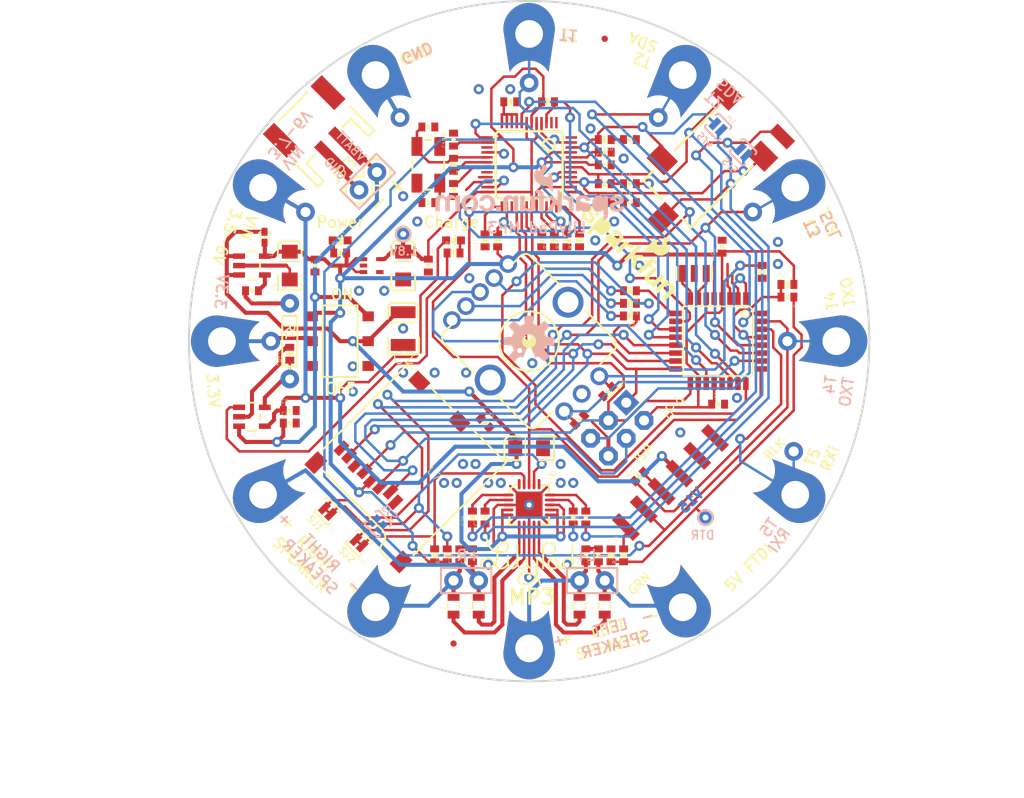
<source format=kicad_pcb>
(kicad_pcb (version 20211014) (generator pcbnew)
  (layers (0 "F.Cu" signal) (31 "B.Cu" signal) (34 "B.Paste" user) (35 "F.Paste" user) (36 "B.SilkS" user "B.Silkscreen") (37 "F.SilkS" user "F.Silkscreen") (38 "B.Mask" user) (39 "F.Mask" user) (44 "Edge.Cuts" user))
  (net 0 "")
  (net 1 "GND")
  (net 2 "RST")
  (net 3 "TRIG5/RXI")
  (net 4 "N$1")
  (net 5 "N$3")
  (net 6 "DTR")
  (net 7 "VBATT")
  (net 8 "N$8")
  (net 9 "VIN")
  (net 10 "STAT")
  (net 11 "PROG")
  (net 12 "N$9")
  (net 13 "N$10")
  (net 14 "MP3-MIDI-RX")
  (net 15 "LEFT")
  (net 16 "RIGHT")
  (net 17 "GBUF")
  (net 18 "N$4")
  (net 19 "GPIO0")
  (net 20 "N$5")
  (net 21 "N$7")
  (net 22 "N$11")
  (net 23 "3.3V")
  (net 24 "1.8V")
  (net 25 "N$70")
  (net 26 "G1")
  (net 27 "G2")
  (net 28 "N$73")
  (net 29 "SD-CS")
  (net 30 "MOSI")
  (net 31 "SCK")
  (net 32 "MISO")
  (net 33 "MP3-CS")
  (net 34 "MP3-DCS")
  (net 35 "MP3-RST")
  (net 36 "MP3-DREQ")
  (net 37 "TRIG1")
  (net 38 "TRIG3/SCL")
  (net 39 "TRIG2/SDA")
  (net 40 "EN-GPIO1")
  (net 41 "SPKL+")
  (net 42 "SPKL-")
  (net 43 "SPKR+")
  (net 44 "SPKR-")
  (net 45 "TRIG4/TXO")
  (net 46 "ROT-B")
  (net 47 "ROT-A")
  (net 48 "ROT-LEDG")
  (net 49 "ROT-LEDR")
  (net 50 "N$6")
  (net 51 "FTDI-DTR")
  (net 52 "FTDI-RXI")
  (net 53 "ROT-LEDB")
  (net 54 "ROT-SW")
  (net 55 "AMP-R")
  (net 56 "AMP-L")
  (net 57 "N$12")
  (net 58 "N$13")
  (net 59 "N$14")
  (net 60 "AMP-LX")
  (net 61 "GBUFRX")
  (net 62 "AMP-RX")
  (net 63 "GBUFLX")
  (net 64 "VBATT_SW")
  (net 65 "N$16")
  (net 66 "N$17")
  (net 67 "N$18")
  (net 68 "N$19")
  (net 69 "3.3V-TAP")
  (footprint "boardEagle:0402-CAP" (layer "F.Cu") (at 158.6611 91.0336)
    (fp_text reference "C14")
    (fp_text value "10nF")
  )
  (footprint "boardEagle:SJ_2S-NO" (layer "F.Cu") (at 128.1811 122.1486 135)
    (fp_text reference "SJ1")
    (fp_text value "")
  )
  (footprint "boardEagle:PETAL-LONG-1-2SIDE" (layer "F.Cu") (at 164.0011 131.8536 120)
    (fp_text reference "ST5" hide)
    (fp_text value "SPKL-" hide)
  )
  (footprint "boardEagle:1X02" (layer "F.Cu") (at 131.3561 89.7636 45)
    (fp_text reference "JP3")
    (fp_text value "POWER")
  )
  (footprint "boardEagle:0402-CAP" (layer "F.Cu") (at 140.8811 84.6836 90)
    (fp_text reference "C19")
    (fp_text value "0.1uF")
  )
  (footprint "boardEagle:SFE-NEW-WEB" (layer "F.Cu") (at 152.9461 92.9386 -45)
    (fp_text reference "JP6" hide)
    (fp_text value "LOGO-SFENW2" hide)
  )
  (footprint "boardEagle:0402-CAP" (layer "F.Cu") (at 140.8811 89.7636 -90)
    (fp_text reference "C18")
    (fp_text value "0.1uF")
  )
  (footprint "boardEagle:PETAL-LONG-1-2SIDE" (layer "F.Cu") (at 179.5011 105.0036 180)
    (fp_text reference "ST3" hide)
    (fp_text value "TRIG4/TXO" hide)
  )
  (footprint "boardEagle:LOGO-LILYPAD" (layer "F.Cu") (at 148.5011 126.9411)
    (fp_text reference "U$1" hide)
    (fp_text value "LOGO-LPLP" hide)
  )
  (footprint "boardEagle:0402-RES" (layer "F.Cu") (at 158.6611 102.4636 180)
    (fp_text reference "R24")
    (fp_text value "330")
  )
  (footprint "boardEagle:AUDIO-JACK-3.5MM-SMD" (layer "F.Cu") (at 172.6311 80.8736 -135)
    (fp_text reference "JP5" hide)
    (fp_text value "HEADPHONE" hide)
  )
  (footprint "boardEagle:SFE-LOGO-FLAME" (layer "F.Cu") (at 159.9311 95.9548 -45)
    (fp_text reference "LOGO3" hide)
    (fp_text value "LOGO-SFESK" hide)
  )
  (footprint "boardEagle:0402-CAP" (layer "F.Cu") (at 126.9111 97.3836 -90)
    (fp_text reference "C6")
    (fp_text value "0.1uF")
  )
  (footprint "boardEagle:1X06-SMD" (layer "F.Cu") (at 166.2811 122.7836 45)
    (fp_text reference "JP2" hide)
    (fp_text value "FTDI" hide)
  )
  (footprint "boardEagle:0402-RES" (layer "F.Cu") (at 151.0411 94.8436 90)
    (fp_text reference "R14")
    (fp_text value "100k")
  )
  (footprint "boardEagle:1X01NS" (layer "F.Cu") (at 125.9586 91.9861)
    (fp_text reference "TP11" hide)
    (fp_text value "VIN" hide)
  )
  (footprint "boardEagle:SJ_2S-NO" (layer "F.Cu") (at 131.3561 125.3236 135)
    (fp_text reference "SJ2")
    (fp_text value "")
  )
  (footprint "boardEagle:0402-RES" (layer "F.Cu") (at 159.6136 118.6561 45)
    (fp_text reference "R22")
    (fp_text value "10K")
  )
  (footprint "boardEagle:1X01NS" (layer "F.Cu") (at 122.4661 105.0036)
    (fp_text reference "TP10" hide)
    (fp_text value "3.3V" hide)
  )
  (footprint "boardEagle:0805" (layer "F.Cu") (at 156.1211 131.6736 90)
    (fp_text reference "L4")
    (fp_text value "")
  )
  (footprint "boardEagle:PETAL-LONG-1-2SIDE" (layer "F.Cu") (at 117.5011 105.0036)
    (fp_text reference "ST9" hide)
    (fp_text value "3.3V" hide)
  )
  (footprint "boardEagle:CREATIVE_COMMONS" (layer "F.Cu") (at 115.4811 150.7236)
    (fp_text reference "U$12" hide)
    (fp_text value "CREATIVE_COMMONS" hide)
  )
  (footprint "boardEagle:0402-RES" (layer "F.Cu") (at 145.3261 94.8436 -90)
    (fp_text reference "R5")
    (fp_text value "100k")
  )
  (footprint "boardEagle:2X3-NS" (layer "F.Cu") (at 157.3911 113.8936 -135)
    (fp_text reference "JP4")
    (fp_text value "PROG")
  )
  (footprint "boardEagle:1X01NS" (layer "F.Cu") (at 148.5011 78.9686)
    (fp_text reference "TP1" hide)
    (fp_text value "TRIG1" hide)
  )
  (footprint "boardEagle:0402-CAP" (layer "F.Cu") (at 156.1211 87.2236)
    (fp_text reference "C20")
    (fp_text value "0.1uF")
  )
  (footprint "boardEagle:1X01NS" (layer "F.Cu") (at 135.4836 82.4611)
    (fp_text reference "TP12" hide)
    (fp_text value "GND" hide)
  )
  (footprint "boardEagle:0402-RES" (layer "F.Cu") (at 158.6611 99.9236 180)
    (fp_text reference "R26")
    (fp_text value "330")
  )
  (footprint "boardEagle:MICRO-FIDUCIAL" (layer "F.Cu") (at 156.1211 74.5236)
    (fp_text reference "JP8" hide)
    (fp_text value "FIDUCIALUFIDUCIAL" hide)
  )
  (footprint "boardEagle:0402-CAP" (layer "F.Cu") (at 155.4861 126.5936 90)
    (fp_text reference "C33")
    (fp_text value "1nF")
  )
  (footprint "boardEagle:0402-CAP" (layer "F.Cu") (at 120.5611 99.9236 180)
    (fp_text reference "C17")
    (fp_text value "470pF")
  )
  (footprint "boardEagle:0402-CAP" (layer "F.Cu") (at 154.2161 126.5936 90)
    (fp_text reference "C32")
    (fp_text value "1nF")
  )
  (footprint "boardEagle:SOD-523" (layer "F.Cu") (at 121.8311 94.5261 90)
    (fp_text reference "D1" hide)
    (fp_text value "" hide)
  )
  (footprint "boardEagle:0402-CAP" (layer "F.Cu") (at 153.5811 112.9411 45)
    (fp_text reference "C24")
    (fp_text value "0.1uF")
  )
  (footprint "boardEagle:0402-CAP" (layer "F.Cu") (at 156.1211 85.9536 180)
    (fp_text reference "C13")
    (fp_text value "1uF")
  )
  (footprint "boardEagle:TQFP32-08" (layer "F.Cu") (at 167.5511 105.0036 -90)
    (fp_text reference "U1")
    (fp_text value "ATMEGA328")
  )
  (footprint "boardEagle:0402-RES" (layer "F.Cu") (at 140.8811 87.2236 -90)
    (fp_text reference "R4")
    (fp_text value "1M")
  )
  (footprint "boardEagle:1X01NS" (layer "F.Cu") (at 140.8811 129.1336)
    (fp_text reference "TP8" hide)
    (fp_text value "SPKR-" hide)
  )
  (footprint "boardEagle:LED-0603" (layer "F.Cu") (at 129.4511 94.8436 -90)
    (fp_text reference "LED1")
    (fp_text value "RED")
  )
  (footprint "boardEagle:0402-CAP" (layer "F.Cu") (at 138.3411 97.3836 -90)
    (fp_text reference "C8")
    (fp_text value "0.1uF")
  )
  (footprint "boardEagle:SOT23-5" (layer "F.Cu") (at 120.5611 112.6236 -90)
    (fp_text reference "U2")
    (fp_text value "MCP73831")
  )
  (footprint "boardEagle:EIA3216" (layer "F.Cu") (at 124.3711 97.3836 90)
    (fp_text reference "C5")
    (fp_text value "10uF")
  )
  (footprint "boardEagle:0402-RES" (layer "F.Cu") (at 144.0561 94.8436 90)
    (fp_text reference "R15")
    (fp_text value "100k")
  )
  (footprint "boardEagle:0402-CAP" (layer "F.Cu") (at 142.7861 126.5936 90)
    (fp_text reference "C30")
    (fp_text value "1nF")
  )
  (footprint "boardEagle:CRYSTAL-SMD-5X3" (layer "F.Cu") (at 138.3411 87.2236 -90)
    (fp_text reference "Y2")
    (fp_text value "12.288MHz")
  )
  (footprint "boardEagle:PETAL-LONG-1-2SIDE" (layer "F.Cu") (at 121.6511 120.5036 30)
    (fp_text reference "ST8" hide)
    (fp_text value "SPKR+" hide)
  )
  (footprint "boardEagle:RESONATOR-SMD" (layer "F.Cu") (at 165.1511 98.17735 180)
    (fp_text reference "Y1")
    (fp_text value "8MHz")
  )
  (footprint "boardEagle:0805" (layer "F.Cu") (at 143.4211 131.6736 90)
    (fp_text reference "L1")
    (fp_text value "")
  )
  (footprint "boardEagle:0402-RES" (layer "F.Cu") (at 171.9961 98.0186 90)
    (fp_text reference "R2")
    (fp_text value "1K")
  )
  (footprint "boardEagle:0402-RES" (layer "F.Cu") (at 158.0261 126.5936 90)
    (fp_text reference "R20")
    (fp_text value "1K")
  )
  (footprint "boardEagle:0402-CAP" (layer "F.Cu") (at 124.3711 113.2586)
    (fp_text reference "C10")
    (fp_text value "4.7uF")
  )
  (footprint "boardEagle:0402-RES" (layer "F.Cu") (at 156.1211 84.6836 180)
    (fp_text reference "R10")
    (fp_text value "20")
  )
  (footprint "boardEagle:EIA3216" (layer "F.Cu") (at 148.5011 115.7986 180)
    (fp_text reference "C22")
    (fp_text value "10uF")
  )
  (footprint "boardEagle:JST-2-SMD" (layer "F.Cu") (at 126.8811 83.4136 45)
    (fp_text reference "JP1")
    (fp_text value "LiPo")
  )
  (footprint "boardEagle:1X01NS" (layer "F.Cu") (at 175.1711 116.1161)
    (fp_text reference "TP5" hide)
    (fp_text value "TRIG5/RXI" hide)
  )
  (footprint "boardEagle:SOT23-5" (layer "F.Cu") (at 120.5611 97.3836 -90)
    (fp_text reference "U3")
    (fp_text value "MIC5219 3.3V")
  )
  (footprint "boardEagle:0402-CAP" (layer "F.Cu") (at 144.0561 122.7836 90)
    (fp_text reference "C27")
    (fp_text value "1uF")
  )
  (footprint "boardEagle:0402-RES" (layer "F.Cu") (at 158.6611 101.1936 180)
    (fp_text reference "R25")
    (fp_text value "330")
  )
  (footprint "boardEagle:0402-RES" (layer "F.Cu") (at 146.5961 80.8736 180)
    (fp_text reference "R6")
    (fp_text value "100k")
  )
  (footprint "boardEagle:0402-CAP" (layer "F.Cu") (at 124.3711 111.9886)
    (fp_text reference "C9")
    (fp_text value "4.7uF")
  )
  (footprint "boardEagle:0402-RES" (layer "F.Cu") (at 156.1211 91.0336 180)
    (fp_text reference "R11")
    (fp_text value "20")
  )
  (footprint "boardEagle:0402-CAP" (layer "F.Cu") (at 142.7861 122.7836 90)
    (fp_text reference "C26")
    (fp_text value "1uF")
  )
  (footprint "boardEagle:PETAL-LONG-1-2SIDE" (layer "F.Cu") (at 164.0011 78.1536 -120)
    (fp_text reference "ST1" hide)
    (fp_text value "TRIG2/SDA" hide)
  )
  (footprint "boardEagle:0402-RES" (layer "F.Cu") (at 150.4061 80.8736)
    (fp_text reference "R7")
    (fp_text value "100k")
  )
  (footprint "boardEagle:PETAL-LONG-1-2SIDE" (layer "F.Cu") (at 121.6511 89.5036 -30)
    (fp_text reference "ST10" hide)
    (fp_text value "VIN" hide)
  )
  (footprint "boardEagle:1X01NS" (layer "F.Cu") (at 153.5811 129.1336)
    (fp_text reference "TP7" hide)
    (fp_text value "SPKL+" hide)
  )
  (footprint "boardEagle:EIA3216" (layer "F.Cu") (at 135.8011 97.3836 90)
    (fp_text reference "C7")
    (fp_text value "10uF")
  )
  (footprint "boardEagle:0402-RES" (layer "F.Cu") (at 152.3111 94.8436 90)
    (fp_text reference "R13")
    (fp_text value "100k")
  )
  (footprint "boardEagle:SC70" (layer "F.Cu") (at 132.6261 97.3836 -90)
    (fp_text reference "U5")
    (fp_text value "SP6214 1.8V")
  )
  (footprint "boardEagle:0402-RES" (layer "F.Cu") (at 156.7561 126.5936 -90)
    (fp_text reference "R21")
    (fp_text value "2K")
  )
  (footprint "boardEagle:PETAL-LONG-1-2SIDE" (layer "F.Cu") (at 175.3511 120.5036 150)
    (fp_text reference "ST4" hide)
    (fp_text value "TRIG5/RXI" hide)
  )
  (footprint "boardEagle:0402-CAP" (layer "F.Cu") (at 144.0561 113.2586 -45)
    (fp_text reference "C23")
    (fp_text value "0.1uF")
  )
  (footprint "boardEagle:AYZ0202" (layer "F.Cu") (at 129.4511 105.0036 -90)
    (fp_text reference "S1")
    (fp_text value "POWER")
  )
  (footprint "boardEagle:0402-CAP" (layer "F.Cu") (at 138.3411 91.0336)
    (fp_text reference "C11")
    (fp_text value "22pF")
  )
  (footprint "boardEagle:0805" (layer "F.Cu") (at 153.5811 131.6736 90)
    (fp_text reference "L3")
    (fp_text value "")
  )
  (footprint "boardEagle:ENCODER_LED_3" (layer "F.Cu") (at 148.5011 105.0036 45)
    (fp_text reference "S2" hide)
    (fp_text value "EC12PLRGBSDVBF-D" hide)
  )
  (footprint "boardEagle:PETAL-LONG-1-2SIDE" (layer "F.Cu") (at 133.0011 131.8536 60)
    (fp_text reference "ST7" hide)
    (fp_text value "SPKR-" hide)
  )
  (footprint "boardEagle:AXIAL-0.3" (layer "F.Cu") (at 124.3711 105.0036 90)
    (fp_text reference "R1X0")
    (fp_text value "DNP" hide)
  )
  (footprint "boardEagle:0402-RES" (layer "F.Cu") (at 129.4511 96.1136)
    (fp_text reference "R8")
    (fp_text value "330")
  )
  (footprint "boardEagle:MICRO-FIDUCIAL" (layer "F.Cu") (at 140.8811 135.4836)
    (fp_text reference "JP7" hide)
    (fp_text value "FIDUCIALUFIDUCIAL" hide)
  )
  (footprint "boardEagle:0402-CAP" (layer "F.Cu") (at 154.2161 122.7836 90)
    (fp_text reference "C28")
    (fp_text value "1uF")
  )
  (footprint "boardEagle:SFE-LOGO-FLAME" (layer "F.Cu") (at 147.7391 106.4006)
    (fp_text reference "LOGO1" hide)
    (fp_text value "LOGO-SFESK" hide)
  )
  (footprint "boardEagle:0402-CAP" (layer "F.Cu") (at 167.9511 95.4786 90)
    (fp_text reference "C1")
    (fp_text value "0.1uF")
  )
  (footprint "boardEagle:1X01NS" (layer "F.Cu") (at 156.1211 129.1336)
    (fp_text reference "TP6" hide)
    (fp_text value "SPKL-" hide)
  )
  (footprint "boardEagle:0402-RES" (layer "F.Cu") (at 153.5811 94.8436 90)
    (fp_text reference "R16")
    (fp_text value "100k")
  )
  (footprint "boardEagle:0402-CAP" (layer "F.Cu") (at 141.5161 126.5936 90)
    (fp_text reference "C31")
    (fp_text value "1nF")
  )
  (footprint "boardEagle:0402-CAP" (layer "F.Cu") (at 167.5511 111.3536)
    (fp_text reference "C3")
    (fp_text value "1uF")
  )
  (footprint "boardEagle:0402-RES" (layer "F.Cu") (at 124.3711 106.2736 90)
    (fp_text reference "R1")
    (fp_text value "2K")
  )
  (footprint "boardEagle:0402-RES" (layer "F.Cu") (at 138.9761 126.5936 90)
    (fp_text reference "R18")
    (fp_text value "4.7K")
  )
  (footprint "boardEagle:PETAL-LONG-1-2SIDE" (layer "F.Cu") (at 133.0011 78.1536 -60)
    (fp_text reference "ST11" hide)
    (fp_text value "GND" hide)
  )
  (footprint "boardEagle:0402-CAP" (layer "F.Cu") (at 174.5361 100.5586 180)
    (fp_text reference "C4")
    (fp_text value "0.1uF")
  )
  (footprint "boardEagle:PETAL-LONG-1-2SIDE" (layer "F.Cu") (at 175.3511 89.5036 -150)
    (fp_text reference "ST2" hide)
    (fp_text value "TRIG3/SCL" hide)
  )
  (footprint "boardEagle:LED-0603" (layer "F.Cu") (at 140.8811 94.8436 -90)
    (fp_text reference "LED2")
    (fp_text value "YELLOW")
  )
  (footprint "boardEagle:0402-CAP" (layer "F.Cu") (at 152.9461 122.7836 90)
    (fp_text reference "C29")
    (fp_text value "1uF")
  )
  (footprint "boardEagle:0402-CAP" (layer "F.Cu") (at 156.4386 110.0836 -135)
    (fp_text reference "C25")
    (fp_text value "0.1uF")
  )
  (footprint "boardEagle:1X01NS" (layer "F.Cu") (at 171.0436 91.9861)
    (fp_text reference "TP3" hide)
    (fp_text value "TRIG3/SCL" hide)
  )
  (footprint "boardEagle:1X01NS" (layer "F.Cu") (at 161.5186 82.4611)
    (fp_text reference "TP2" hide)
    (fp_text value "TRIG2/SDA" hide)
  )
  (footprint "boardEagle:PETAL-LONG-1-2SIDE" (layer "F.Cu") (at 148.5011 74.0036 -90)
    (fp_text reference "ST12" hide)
    (fp_text value "TRIG1" hide)
  )
  (footprint "boardEagle:QFN-20-0.5MM" (layer "F.Cu") (at 148.5011 121.5136 -90)
    (fp_text reference "U6")
    (fp_text value "TPA2016D2RTJ")
  )
  (footprint "boardEagle:0402-RES" (layer "F.Cu") (at 156.1211 89.1286 180)
    (fp_text reference "R12")
    (fp_text value "10")
  )
  (footprint "boardEagle:1X01NS" (layer "F.Cu") (at 143.4211 129.1336)
    (fp_text reference "TP9" hide)
    (fp_text value "SPKR+" hide)
  )
  (footprint "boardEagle:0402-CAP" (layer "F.Cu") (at 158.6611 89.1286)
    (fp_text reference "C16")
    (fp_text value "47nF")
  )
  (footprint "boardEagle:0402-RES" (layer "F.Cu") (at 174.5361 99.2886)
    (fp_text reference "R3")
    (fp_text value "10K")
  )
  (footprint "boardEagle:0402-RES" (layer "F.Cu") (at 140.2461 126.5936 90)
    (fp_text reference "R19")
    (fp_text value "4.7K")
  )
  (footprint "boardEagle:MICRO-SD-SOCKET-PP" (layer "F.Cu") (at 136.2611 107.3536 135)
    (fp_text reference "U7")
    (fp_text value "USD-SOCKET")
  )
  (footprint "boardEagle:1X01NS" (layer "F.Cu") (at 174.5361 105.0036)
    (fp_text reference "TP4" hide)
    (fp_text value "TRIG4/TXO" hide)
  )
  (footprint "boardEagle:0402-RES" (layer "F.Cu") (at 140.8811 96.1136)
    (fp_text reference "R9")
    (fp_text value "330")
  )
  (footprint "boardEagle:LQFP-48" (layer "F.Cu") (at 148.5011 87.2236 180)
    (fp_text reference "U4")
    (fp_text value "VS1053")
  )
  (footprint "boardEagle:PETAL-LONG-1-2SIDE" (layer "F.Cu") (at 148.5011 136.0036 90)
    (fp_text reference "ST6" hide)
    (fp_text value "SPKL+" hide)
  )
  (footprint "boardEagle:0402-CAP" (layer "F.Cu") (at 138.3411 83.4136 180)
    (fp_text reference "C12")
    (fp_text value "22pF")
  )
  (footprint "boardEagle:EIA3528" (layer "F.Cu") (at 135.8011 103.7336 90)
    (fp_text reference "C2")
    (fp_text value "47uF")
  )
  (footprint "boardEagle:0402-CAP" (layer "F.Cu") (at 149.7711 94.8436 -90)
    (fp_text reference "C21")
    (fp_text value "0.1uF")
  )
  (footprint "boardEagle:0402-CAP" (layer "F.Cu") (at 158.6611 84.6836)
    (fp_text reference "C15")
    (fp_text value "10nF")
  )
  (footprint "boardEagle:0805" (layer "F.Cu") (at 140.8811 131.6736 90)
    (fp_text reference "L2")
    (fp_text value "")
  )
  (footprint "boardEagle:SJ_2S-NO" (layer "B.Cu") (at 167.5511 83.4136 135)
    (fp_text reference "SJ4")
    (fp_text value "")
  )
  (footprint "boardEagle:OSHW-LOGO-M" (layer "B.Cu") (at 148.5011 105.0036 180)
    (fp_text reference "U$4" hide)
    (fp_text value "OSHW-LOGOM" hide)
  )
  (footprint "boardEagle:PAD.03X.05" (layer "B.Cu") (at 166.2811 122.7836 180)
    (fp_text reference "TP13" hide)
    (fp_text value "DTR" hide)
  )
  (footprint "boardEagle:SJ_2S-NO" (layer "B.Cu") (at 133.2611 123.4186 -45)
    (fp_text reference "SJ3")
    (fp_text value "")
  )
  (footprint "boardEagle:SJ_2S-NO" (layer "B.Cu") (at 170.0911 85.9536 -45)
    (fp_text reference "SJ5")
    (fp_text value "")
  )
  (footprint "boardEagle:PAD.03X.05" (layer "B.Cu") (at 135.8011 94.2086 180)
    (fp_text reference "TP14" hide)
    (fp_text value "1.8V" hide)
  )
  (footprint "boardEagle:SFE-NEW-WEBLOGO" (layer "B.Cu") (at 158.0896 92.8751 180)
    (fp_text reference "LOGO2" hide)
    (fp_text value "LOGO-SFENEW" hide)
  )
  (gr_line (start 152.3111 130.4036) (end 157.3911 130.4036) (layer "B.SilkS") (width 0.2032))
  (gr_line (start 139.6111 127.8636) (end 139.6111 130.4036) (layer "B.SilkS") (width 0.2032))
  (gr_circle (center 135.8011 94.2086) (end 136.5631 94.2086) (layer "B.SilkS") (width 0.2032) (fill none))
  (gr_line (start 135.0073 88.0174) (end 133.1023 86.1123) (layer "B.SilkS") (width 0.2032))
  (gr_line (start 133.1023 86.1123) (end 129.4511 89.7636) (layer "B.SilkS") (width 0.2032))
  (gr_line (start 144.6911 130.4036) (end 144.6911 127.8636) (layer "B.SilkS") (width 0.2032))
  (gr_line (start 131.3561 91.6687) (end 135.0073 88.0174) (layer "B.SilkS") (width 0.2032))
  (gr_line (start 129.4511 89.7636) (end 131.3561 91.6687) (layer "B.SilkS") (width 0.2032))
  (gr_line (start 157.3911 130.4036) (end 157.3911 127.8636) (layer "B.SilkS") (width 0.2032))
  (gr_line (start 157.3911 127.8636) (end 152.3111 127.8636) (layer "B.SilkS") (width 0.2032))
  (gr_line (start 144.6911 127.8636) (end 139.6111 127.8636) (layer "B.SilkS") (width 0.2032))
  (gr_line (start 152.3111 127.8636) (end 152.3111 130.4036) (layer "B.SilkS") (width 0.2032))
  (gr_circle (center 166.2811 122.7836) (end 167.0431 122.7836) (layer "B.SilkS") (width 0.2032) (fill none))
  (gr_line (start 139.6111 130.4036) (end 144.6911 130.4036) (layer "B.SilkS") (width 0.2032))
  (gr_line (start 156.4386 110.7186) (end 157.8674 109.2899) (layer "F.SilkS") (width 0.2032))
  (gr_circle (center 148.5011 105.0036) (end 182.7911 105.0036) (layer "Edge.Cuts") (width 0.2032) (fill none))
  (gr_text "V15" (at 166.3449 120.3854 -315) (layer "B.Cu") (effects (font (size 1.016 1.016) (thickness 0.254)) (justify left bottom mirror)))
  (gr_text "SPEAKER" (at 160.9788 135.2296 -345) (layer "B.SilkS") (effects (font (size 1.0795 1.0795) (thickness 0.1905)) (justify left bottom mirror)))
  (gr_text "SJ3" (at 134.8486 123.25985 -45) (layer "B.SilkS") (effects (font (size 0.69088 0.69088) (thickness 0.12192)) (justify left bottom mirror)))
  (gr_text "3.7-6V" (at 121.8947 86.1122 -130) (layer "B.SilkS") (effects (font (size 1.0795 1.0795) (thickness 0.1905)) (justify left bottom mirror)))
  (gr_text "+" (at 123.9901 123.9266 -45) (layer "B.SilkS") (effects (font (size 1.0795 1.0795) (thickness 0.1905)) (justify left bottom mirror)))
  (gr_text "3.3V" (at 116.6876 101.8286 -95) (layer "B.SilkS") (effects (font (size 1.0795 1.0795) (thickness 0.1905)) (justify left bottom mirror)))
  (gr_text "RIGHT" (at 128.7997 128.5712 -45) (layer "B.SilkS") (effects (font (size 1.0795 1.0795) (thickness 0.1905)) (justify left bottom mirror)))
  (gr_text "T2" (at 166.8352 79.4862 -222) (layer "B.SilkS") (effects (font (size 1.0795 1.0795) (thickness 0.1905)) (justify left bottom mirror)))
  (gr_text "-" (at 130.7211 128.8161 -225) (layer "B.SilkS") (effects (font (size 1.0795 1.0795) (thickness 0.1905)) (justify left bottom mirror)))
  (gr_text "1.8V" (at 137.3886 96.4311) (layer "B.SilkS") (effects (font (size 0.8636 0.8636) (thickness 0.1524)) (justify left bottom mirror)))
  (gr_text "LilyPad MP3" (at 154.3748 94.2086) (layer "B.SilkS") (effects (font (size 1.0795 1.0795) (thickness 0.1905)) (justify left bottom mirror)))
  (gr_text "GND" (at 135.3247 76.1109 -155) (layer "B.SilkS") (effects (font (size 1.0795 1.0795) (thickness 0.1905)) (justify left bottom mirror)))
  (gr_text "-L+" (at 152.9461 125.9586) (layer "B.SilkS") (effects (font (size 1.0795 1.0795) (thickness 0.1905)) (justify right top mirror)))
  (gr_text "RXI" (at 175.0615 124.2661 -305) (layer "B.SilkS") (effects (font (size 1.0795 1.0795) (thickness 0.1905)) (justify left bottom mirror)))
  (gr_text "SPEAKER" (at 128.5938 130.8163 -45) (layer "B.SilkS") (effects (font (size 1.0795 1.0795) (thickness 0.1905)) (justify left bottom mirror)))
  (gr_text "TXO" (at 181.3563 108.6156 -278) (layer "B.SilkS") (effects (font (size 1.0795 1.0795) (thickness 0.1905)) (justify left bottom mirror)))
  (gr_text "SCL" (at 178.8062 91.5985 -245) (layer "B.SilkS") (effects (font (size 1.0795 1.0795) (thickness 0.1905)) (justify left bottom mirror)))
  (gr_text "+" (at 152.4381 135.5471 -345) (layer "B.SilkS") (effects (font (size 1.0795 1.0795) (thickness 0.1905)) (justify left bottom mirror)))
  (gr_text "SJ5" (at 168.34485 86.2711 -225) (layer "B.SilkS") (effects (font (size 0.69088 0.69088) (thickness 0.12192)) (justify left bottom mirror)))
  (gr_text "DTR" (at 164.6936 124.0536) (layer "B.SilkS") (effects (font (size 0.8636 0.8636) (thickness 0.1524)) (justify right top mirror)))
  (gr_text "+R-" (at 143.7386 127.2286) (layer "B.SilkS") (effects (font (size 1.0795 1.0795) (thickness 0.1905)) (justify left bottom mirror)))
  (gr_text "SDA" (at 167.9464 78.2162 -222) (layer "B.SilkS") (effects (font (size 1.0795 1.0795) (thickness 0.1905)) (justify left bottom mirror)))
  (gr_text "VIN" (at 123.26 87.1286 -130) (layer "B.SilkS") (effects (font (size 1.0795 1.0795) (thickness 0.1905)) (justify left bottom mirror)))
  (gr_text "-" (at 161.3281 133.1341 -345) (layer "B.SilkS") (effects (font (size 1.0795 1.0795) (thickness 0.1905)) (justify left bottom mirror)))
  (gr_text "GND" (at 129.6099 88.9698 -45) (layer "B.SilkS") (effects (font (size 0.8636 0.8636) (thickness 0.1524)) (justify left bottom mirror)))
  (gr_text "T3" (at 177.2188 92.3922 -245) (layer "B.SilkS") (effects (font (size 1.0795 1.0795) (thickness 0.1905)) (justify left bottom mirror)))
  (gr_text "SJ4" (at 165.80485 83.7311 -225) (layer "B.SilkS") (effects (font (size 0.69088 0.69088) (thickness 0.12192)) (justify left bottom mirror)))
  (gr_text "T1" (at 151.5173 73.4123 -185) (layer "B.SilkS") (effects (font (size 1.0795 1.0795) (thickness 0.1905)) (justify left bottom mirror)))
  (gr_text "VBATT" (at 131.5148 87.0649 -45) (layer "B.SilkS") (effects (font (size 0.8636 0.8636) (thickness 0.1524)) (justify left bottom mirror)))
  (gr_text "T4" (at 179.6102 108.4569 -278) (layer "B.SilkS") (effects (font (size 1.0795 1.0795) (thickness 0.1905)) (justify left bottom mirror)))
  (gr_text "LEFT" (at 158.7136 134.0184 -345) (layer "B.SilkS") (effects (font (size 1.0795 1.0795) (thickness 0.1905)) (justify left bottom mirror)))
  (gr_text "T5" (at 173.7916 123.3136 -305) (layer "B.SilkS") (effects (font (size 1.0795 1.0795) (thickness 0.1905)) (justify left bottom mirror)))
  (gr_text "Charge" (at 137.73785 93.6371) (layer "F.SilkS") (effects (font (size 1.0795 1.0795) (thickness 0.1905)) (justify left bottom)))
  (gr_text "MP3" (at 146.2786 131.6736) (layer "F.SilkS") (effects (font (size 1.5113 1.5113) (thickness 0.2667)) (justify left bottom)))
  (gr_text "T4" (at 179.7689 101.8678 98) (layer "F.SilkS") (effects (font (size 1.0795 1.0795) (thickness 0.1905)) (justify left bottom)))
  (gr_text "SDA" (at 161.7583 74.8825 158) (layer "F.SilkS") (effects (font (size 1.0795 1.0795) (thickness 0.1905)) (justify left bottom)))
  (gr_text "-" (at 160.4391 133.4516 15) (layer "F.SilkS") (effects (font (size 1.0795 1.0795) (thickness 0.1905)) (justify left bottom)))
  (gr_text "SCL" (at 179.9498 94.1385 115) (layer "F.SilkS") (effects (font (size 1.0795 1.0795) (thickness 0.1905)) (justify left bottom)))
  (gr_text "+" (at 123.2281 123.1646 315) (layer "F.SilkS") (effects (font (size 1.0795 1.0795) (thickness 0.1905)) (justify left bottom)))
  (gr_text "TXO" (at 181.5151 101.5504 98) (layer "F.SilkS") (effects (font (size 1.0795 1.0795) (thickness 0.1905)) (justify left bottom)))
  (gr_text "3.3V" (at 115.8621 108.1786 275) (layer "F.SilkS") (effects (font (size 1.0795 1.0795) (thickness 0.1905)) (justify left bottom)))
  (gr_text "LEFT" (at 154.7986 135.1296 15) (layer "F.SilkS") (effects (font (size 1.0795 1.0795) (thickness 0.1905)) (justify left bottom)))
  (gr_text "ISP" (at 159.6136 117.545 45) (layer "F.SilkS") (effects (font (size 0.8636 0.8636) (thickness 0.1524)) (justify left bottom)))
  (gr_text "5V FTDI" (at 168.8211 130.5305 45) (layer "F.SilkS") (effects (font (size 1.0795 1.0795) (thickness 0.1905)) (justify left bottom)))
  (gr_text "RIGHT" (at 124.77465 125.18135 315) (layer "F.SilkS") (effects (font (size 1.0795 1.0795) (thickness 0.1905)) (justify left bottom)))
  (gr_text "-" (at 133.1023 92.4623 45) (layer "F.SilkS") (effects (font (size 1.5113 1.5113) (thickness 0.2667)) (justify left bottom)))
  (gr_text "ON" (at 128.4034 100.93955) (layer "F.SilkS") (effects (font (size 1.0795 1.0795) (thickness 0.1905)) (justify left bottom)))
  (gr_text "GRN" (at 158.9468 130.8164 45) (layer "F.SilkS") (effects (font (size 0.8636 0.8636) (thickness 0.1524)) (justify left bottom)))
  (gr_text "-" (at 129.7686 129.7686 315) (layer "F.SilkS") (effects (font (size 1.0795 1.0795) (thickness 0.1905)) (justify left bottom)))
  (gr_text "Power" (at 126.94285 93.6371) (layer "F.SilkS") (effects (font (size 1.0795 1.0795) (thickness 0.1905)) (justify left bottom)))
  (gr_text "3.5-6V" (at 118.4974 91.3511 250) (layer "F.SilkS") (effects (font (size 1.0795 1.0795) (thickness 0.1905)) (justify left bottom)))
  (gr_text "T3" (at 178.0446 94.2972 115) (layer "F.SilkS") (effects (font (size 1.0795 1.0795) (thickness 0.1905)) (justify left bottom)))
  (gr_text "T2" (at 161.1233 76.4699 158) (layer "F.SilkS") (effects (font (size 1.0795 1.0795) (thickness 0.1905)) (justify left bottom)))
  (gr_text "RXI" (at 178.8761 118.3878 68) (layer "F.SilkS") (effects (font (size 1.0795 1.0795) (thickness 0.1905)) (justify left bottom)))
  (gr_text "+" (at 151.5491 135.8646 15) (layer "F.SilkS") (effects (font (size 1.0795 1.0795) (thickness 0.1905)) (justify left bottom)))
  (gr_text "SPEAKER" (at 153.3271 137.2933 15) (layer "F.SilkS") (effects (font (size 1.0795 1.0795) (thickness 0.1905)) (justify left bottom)))
  (gr_text "SJ1" (at 125.9586 122.94235 315) (layer "F.SilkS") (effects (font (size 0.69088 0.69088) (thickness 0.12192)) (justify left bottom)))
  (gr_text "T1" (at 153.5811 73.5711 175) (layer "F.SilkS") (effects (font (size 1.0795 1.0795) (thickness 0.1905)) (justify left bottom)))
  (gr_text "SJ2" (at 129.1336 126.11735 315) (layer "F.SilkS") (effects (font (size 0.69088 0.69088) (thickness 0.12192)) (justify left bottom)))
  (gr_text "GND" (at 138.4361 74.8409 202) (layer "F.SilkS") (effects (font (size 1.0795 1.0795) (thickness 0.1905)) (justify left bottom)))
  (gr_text "BLK" (at 172.6628 117.1639 45) (layer "F.SilkS") (effects (font (size 0.8636 0.8636) (thickness 0.1524)) (justify left bottom)))
  (gr_text "OFF" (at 127.8636 110.40105) (layer "F.SilkS") (effects (font (size 1.0795 1.0795) (thickness 0.1905)) (justify left bottom)))
  (gr_text "VIN" (at 120.085 91.9861 250) (layer "F.SilkS") (effects (font (size 1.0795 1.0795) (thickness 0.1905)) (justify left bottom)))
  (gr_text "SPEAKER" (at 122.3709 125.38705 315) (layer "F.SilkS") (effects (font (size 1.0795 1.0795) (thickness 0.1905)) (justify left bottom)))
  (gr_text "T5" (at 177.2885 117.9116 68) (layer "F.SilkS") (effects (font (size 1.0795 1.0795) (thickness 0.1905)) (justify left bottom)))
  (gr_text "R1" (at 123.89485 103.0986 270) (layer "F.SilkS") (effects (font (size 0.8636 0.8636) (thickness 0.1524)) (justify left bottom)))
  (gr_text "+" (at 135.0073 90.7161 45) (layer "F.SilkS") (effects (font (size 1.5113 1.5113) (thickness 0.2667)) (justify left bottom)))
  (segment (start 131.3561 89.7636) (end 128.7903 87.1978) (width 0.4064) (layer "F.Cu") (net 1))
  (segment (start 159.2961 89.1286) (end 160.5661 89.1286) (width 0.254) (layer "F.Cu") (net 1))
  (segment (start 152.7511 89.9736) (end 153.63235 89.9736) (width 0.254) (layer "F.Cu") (net 1))
  (segment (start 159.3111 89.1286) (end 159.2961 89.1136) (width 0.254) (layer "F.Cu") (net 1))
  (segment (start 150.7236 85.0011) (end 149.7511 84.0286) (width 0.254) (layer "F.Cu") (net 1))
  (segment (start 119.9111 100.5436) (end 119.9111 99.9236) (width 0.4064) (layer "F.Cu") (net 1))
  (segment (start 156.493 114.7916) (end 154.8511 113.1497) (width 0.254) (layer "F.Cu") (net 1))
  (segment (start 167.1511 100.711) (end 167.1511 96.9836) (width 0.254) (layer "F.Cu") (net 1))
  (segment (start 148.5011 121.5136) (end 150.4061 123.4186) (width 0.254) (layer "F.Cu") (net 1))
  (segment (start 168.5036 99.44735) (end 168.5036 97.22485) (width 0.254) (layer "F.Cu") (net 1))
  (segment (start 124.0162 97.3836) (end 119.261 97.3836) (width 0.4064) (layer "F.Cu") (net 1))
  (segment (start 142.1511 89.7636) (end 142.9411 88.9736) (width 0.254) (layer "F.Cu") (net 1))
  (segment (start 151.54485 84.9736) (end 151.0411 84.6836) (width 0.254) (layer "F.Cu") (net 1))
  (segment (start 122.4661 108.1786) (end 123.4186 107.2261) (width 0.4064) (layer "F.Cu") (net 1))
  (segment (start 151.0411 84.6836) (end 150.7236 85.0011) (width 0.254) (layer "F.Cu") (net 1))
  (segment (start 148.5011 121.5136) (end 146.5961 119.6086) (width 0.254) (layer "F.Cu") (net 1))
  (segment (start 159.2961 89.1136) (end 159.2961 89.1286) (width 0.254) (layer "F.Cu") (net 1))
  (segment (start 141.5161 125.9436) (end 142.7861 125.9436) (width 0.4064) (layer "F.Cu") (net 1))
  (segment (start 152.7511 88.4736) (end 151.0611 88.4736) (width 0.254) (layer "F.Cu") (net 1))
  (segment (start 155.4861 125.9436) (end 154.2161 125.9436) (width 0.4064) (layer "F.Cu") (net 1))
  (segment (start 151.0611 88.4736) (end 151.0411 88.4936) (width 0.254) (layer "F.Cu") (net 1))
  (segment (start 144.929225 121.910475) (end 144.929225 125.3236) (width 0.254) (layer "F.Cu") (net 1))
  (segment (start 124.3711 101.1936) (end 120.5611 101.1936) (width 0.4064) (layer "F.Cu") (net 1))
  (segment (start 148.5011 121.5136) (end 146.5961 123.4186) (width 0.254) (layer "F.Cu") (net 1))
  (segment (start 120.2436 112.6236) (end 119.261 112.6236) (width 0.4064) (layer "F.Cu") (net 1))
  (segment (start 145.3261 121.5136) (end 144.929225 121.910475) (width 0.254) (layer "F.Cu") (net 1))
  (segment (start 128.7903 87.1978) (end 128.790291 86.737004) (width 0.254) (layer "F.Cu") (net 1))
  (segment (start 168.7511 100.711) (end 168.7511 99.69485) (width 0.254) (layer "F.Cu") (net 1))
  (segment (start 152.7511 84.9736) (end 151.54485 84.9736) (width 0.254) (layer "F.Cu") (net 1))
  (segment (start 146.4011 121.5136) (end 148.5011 121.5136) (width 0.254) (layer "F.Cu") (net 1))
  (segment (start 124.3711 105.6236) (end 124.003519 105.6236) (width 0.4064) (layer "F.Cu") (net 1))
  (segment (start 124.0162 97.3836) (end 124.3711 97.7385) (width 0.254) (layer "F.Cu") (net 1))
  (segment (start 146.4011 121.5136) (end 145.3261 121.5136) (width 0.254) (layer "F.Cu") (net 1))
  (segment (start 145.9811 85.9736) (end 145.9611 86.11235) (width 0.254) (layer "F.Cu") (net 1))
  (segment (start 123.4186 106.208518) (end 123.4186 107.2261) (width 0.4064) (layer "F.Cu") (net 1))
  (segment (start 150.7511 91.4736) (end 150.7511 90.3986) (width 0.254) (layer "F.Cu") (net 1))
  (segment (start 124.003519 105.6236) (end 123.4186 106.208518) (width 0.4064) (layer "F.Cu") (net 1))
  (segment (start 120.5611 101.1936) (end 119.9111 100.5436) (width 0.4064) (layer "F.Cu") (net 1))
  (segment (start 120.5611 112.3061) (end 120.2436 112.6236) (width 0.4064) (layer "F.Cu") (net 1))
  (segment (start 144.2511 88.4736) (end 143.4411 88.4736) (width 0.254) (layer "F.Cu") (net 1))
  (segment (start 142.9411 88.9736) (end 144.2511 88.9736) (width 0.254) (layer "F.Cu") (net 1))
  (segment (start 153.63235 89.9736) (end 154.2161 90.55735) (width 0.254) (layer "F.Cu") (net 1))
  (segment (start 152.7511 87.9736) (end 151.5611 87.9736) (width 0.254) (layer "F.Cu") (net 1))
  (segment (start 122.4661 108.1786) (end 120.5611 110.0836) (width 0.4064) (layer "F.Cu") (net 1))
  (segment (start 148.5011 121.5136) (end 150.4061 119.6086) (width 0.254) (layer "F.Cu") (net 1))
  (segment (start 124.3711 97.7385) (end 124.3711 98.7836) (width 0.254) (layer "F.Cu") (net 1))
  (segment (start 168.7511 99.69485) (end 168.5036 99.44735) (width 0.254) (layer "F.Cu") (net 1))
  (segment (start 151.5611 87.9736) (end 151.0411 88.4936) (width 0.254) (layer "F.Cu") (net 1))
  (segment (start 144.2511 85.9736) (end 145.9811 85.9736) (width 0.254) (layer "F.Cu") (net 1))
  (segment (start 120.5611 110.0836) (end 120.5611 112.3061) (width 0.4064) (layer "F.Cu") (net 1))
  (segment (start 156.493 114.7916) (end 156.493071 116.587675) (width 0.4064) (layer "F.Cu") (net 1))
  (segment (start 149.7511 82.9736) (end 149.7511 84.0286) (width 0.254) (layer "F.Cu") (net 1))
  (segment (start 148.5011 123.6136) (end 148.5011 128.8161) (width 0.254) (layer "F.Cu") (net 1))
  (segment (start 148.5011 123.6136) (end 148.5011 121.5136) (width 0.254) (layer "F.Cu") (net 1))
  (via (at 169.4561 110.7186) (size 1.016) (drill 0.508) (layers "F.Cu" "B.Cu") (net 1))
  (via (at 155.1686 94.8436) (size 1.016) (drill 0.508) (layers "F.Cu" "B.Cu") (net 1))
  (via (at 135.8011 108.1786) (size 1.016) (drill 0.508) (layers "F.Cu" "B.Cu") (net 1))
  (via (at 143.1036 117.3861) (size 1.016) (drill 0.508) (layers "F.Cu" "B.Cu") (net 1))
  (via (at 151.6761 119.2911) (size 1.016) (drill 0.508) (layers "F.Cu" "B.Cu") (net 1))
  (via (at 141.1986 119.2911) (size 1.016) (drill 0.508) (layers "F.Cu" "B.Cu") (net 1))
  (via (at 139.9286 119.2911) (size 1.016) (drill 0.508) (layers "F.Cu" "B.Cu") (net 1))
  (via (at 144.3736 127.5461) (size 1.016) (drill 0.508) (layers "F.Cu" "B.Cu") (net 1))
  (via (at 145.9611 86.11235) (size 1.016) (drill 0.508) (layers "F.Cu" "B.Cu") (net 1))
  (via (at 135.8011 103.7336) (size 1.016) (drill 0.508) (layers "F.Cu" "B.Cu") (net 1))
  (via (at 146.5961 79.6036) (size 1.016) (drill 0.508) (layers "F.Cu" "B.Cu") (net 1))
  (via (at 151.0411 88.4936) (size 1.016) (drill 0.508) (layers "F.Cu" "B.Cu") (net 1))
  (via (at 130.7211 110.0836) (size 1.016) (drill 0.508) (layers "F.Cu" "B.Cu") (net 1))
  (via (at 131.3561 99.9236) (size 1.016) (drill 0.508) (layers "F.Cu" "B.Cu") (net 1))
  (via (at 135.8011 90.3986) (size 1.016) (drill 0.508) (layers "F.Cu" "B.Cu") (net 1))
  (via (at 133.8961 99.9236) (size 1.016) (drill 0.508) (layers "F.Cu" "B.Cu") (net 1))
  (via (at 145.6436 119.2911) (size 1.016) (drill 0.508) (layers "F.Cu" "B.Cu") (net 1))
  (via (at 144.3736 119.2911) (size 1.016) (drill 0.508) (layers "F.Cu" "B.Cu") (net 1))
  (via (at 148.5011 128.8161) (size 1.016) (drill 0.508) (layers "F.Cu" "B.Cu") (net 1))
  (via (at 141.8336 117.3861) (size 1.016) (drill 0.508) (layers "F.Cu" "B.Cu") (net 1))
  (via (at 158.0261 86.5886) (size 1.016) (drill 0.508) (layers "F.Cu" "B.Cu") (net 1))
  (via (at 173.5836 97.22485) (size 1.016) (drill 0.508) (layers "F.Cu" "B.Cu") (net 1))
  (via (at 157.0736 92.9386) (size 1.016) (drill 0.508) (layers "F.Cu" "B.Cu") (net 1))
  (via (at 148.8186 107.2261) (size 1.016) (drill 0.508) (layers "F.Cu" "B.Cu") (net 1))
  (via (at 163.7411 114.2111) (size 1.016) (drill 0.508) (layers "F.Cu" "B.Cu") (net 1))
  (via (at 151.6761 117.3861) (size 1.016) (drill 0.508) (layers "F.Cu" "B.Cu") (net 1))
  (via (at 137.22985 92.9386) (size 1.016) (drill 0.508) (layers "F.Cu" "B.Cu") (net 1))
  (via (at 142.1511 108.1786) (size 1.016) (drill 0.508) (layers "F.Cu" "B.Cu") (net 1))
  (via (at 151.0411 84.6836) (size 1.016) (drill 0.508) (layers "F.Cu" "B.Cu") (net 1))
  (via (at 173.5836 95.00235) (size 1.016) (drill 0.508) (layers "F.Cu" "B.Cu") (net 1))
  (via (at 152.3111 127.5461) (size 1.016) (drill 0.508) (layers "F.Cu" "B.Cu") (net 1))
  (via (at 138.9761 108.1786) (size 1.016) (drill 0.508) (layers "F.Cu" "B.Cu") (net 1))
  (via (at 148.5011 121.5136) (size 1.016) (drill 0.508) (layers "F.Cu" "B.Cu") (net 1))
  (via (at 152.9461 119.2911) (size 1.016) (drill 0.508) (layers "F.Cu" "B.Cu") (net 1))
  (via (at 160.5661 89.1286) (size 1.016) (drill 0.508) (layers "F.Cu" "B.Cu") (net 1))
  (via (at 147.5486 105.9561) (size 1.016) (drill 0.508) (layers "F.Cu" "B.Cu") (net 1))
  (via (at 154.69235 83.57235) (size 1.016) (drill 0.508) (layers "F.Cu" "B.Cu") (net 1))
  (via (at 142.4686 98.6536) (size 1.016) (drill 0.508) (layers "F.Cu" "B.Cu") (net 1))
  (via (at 143.4211 79.6036) (size 1.016) (drill 0.508) (layers "F.Cu" "B.Cu") (net 1))
  (via (at 130.7211 107.5436) (size 1.016) (drill 0.508) (layers "F.Cu" "B.Cu") (net 1))
  (via (at 159.6136 97.3836) (size 1.016) (drill 0.508) (layers "F.Cu" "B.Cu") (net 1))
  (segment (start 135.4836 82.4611) (end 133.0161 78.179582) (width 0.4064) (layer "B.Cu") (net 1))
  (segment (start 169.1386 102.4636) (end 169.7736 101.8286) (width 0.254) (layer "F.Cu") (net 2))
  (segment (start 170.0911 104.3686) (end 169.1386 103.4161) (width 0.254) (layer "F.Cu") (net 2))
  (segment (start 170.7261 101.8286) (end 169.7736 101.8286) (width 0.254) (layer "F.Cu") (net 2))
  (segment (start 169.1386 103.4161) (end 169.1386 102.4636) (width 0.254) (layer "F.Cu") (net 2))
  (segment (start 173.8861 100.5586) (end 173.8861 99.2886) (width 0.254) (layer "F.Cu") (net 2))
  (segment (start 171.9961 100.5586) (end 173.8861 100.5586) (width 0.254) (layer "F.Cu") (net 2))
  (segment (start 170.3261 104.6036) (end 170.0911 104.3686) (width 0.254) (layer "F.Cu") (net 2))
  (segment (start 171.9961 100.5586) (end 170.7261 101.8286) (width 0.254) (layer "F.Cu") (net 2))
  (segment (start 171.8437 104.6036) (end 170.3261 104.6036) (width 0.254) (layer "F.Cu") (net 2))
  (via (at 170.0911 104.3686) (size 1.016) (drill 0.508) (layers "F.Cu" "B.Cu") (net 2))
  (segment (start 156.4931 114.7916) (end 154.697021 114.791625) (width 0.254) (layer "B.Cu") (net 2))
  (segment (start 169.1386 109.7661) (end 170.7261 108.1786) (width 0.254) (layer "B.Cu") (net 2))
  (segment (start 161.5186 109.7661) (end 169.1386 109.7661) (width 0.254) (layer "B.Cu") (net 2))
  (segment (start 156.4931 114.7916) (end 161.5186 109.7661) (width 0.254) (layer "B.Cu") (net 2))
  (segment (start 170.7261 105.0036) (end 170.0911 104.3686) (width 0.254) (layer "B.Cu") (net 2))
  (segment (start 170.7261 108.1786) (end 170.7261 105.0036) (width 0.254) (layer "B.Cu") (net 2))
  (segment (start 159.153978 119.115718) (end 162.1868 122.1486) (width 0.254) (layer "F.Cu") (net 3))
  (segment (start 173.9011 106.4324) (end 173.1074 105.6386) (width 0.254) (layer "F.Cu") (net 3))
  (segment (start 170.4086 114.8461) (end 173.9011 111.3536) (width 0.254) (layer "F.Cu") (net 3))
  (segment (start 173.9011 111.3536) (end 173.9011 106.4324) (width 0.254) (layer "F.Cu") (net 3))
  (segment (start 163.1061 122.1486) (end 169.7736 115.4811) (width 0.254) (layer "F.Cu") (net 3))
  (segment (start 169.7736 115.4811) (end 169.7736 114.8461) (width 0.254) (layer "F.Cu") (net 3))
  (segment (start 173.1074 105.6386) (end 173.1074 104.0473) (width 0.254) (layer "F.Cu") (net 3))
  (segment (start 169.7736 114.8461) (end 170.4086 114.8461) (width 0.254) (layer "F.Cu") (net 3))
  (segment (start 162.1868 122.1486) (end 163.1061 122.1486) (width 0.254) (layer "F.Cu") (net 3))
  (segment (start 172.8636 103.8036) (end 171.8437 103.8036) (width 0.254) (layer "F.Cu") (net 3))
  (segment (start 173.1074 104.0473) (end 172.8636 103.8036) (width 0.254) (layer "F.Cu") (net 3))
  (via (at 169.7736 114.8461) (size 1.016) (drill 0.508) (layers "F.Cu" "B.Cu") (net 3))
  (segment (start 175.1711 120.3346) (end 175.1711 116.1161) (width 0.254) (layer "B.Cu") (net 3))
  (segment (start 169.7736 114.8461) (end 169.7736 117.0686) (width 0.254) (layer "B.Cu") (net 3))
  (segment (start 175.325118 120.4886) (end 175.1711 120.3346) (width 0.254) (layer "B.Cu") (net 3))
  (segment (start 175.325118 120.4886) (end 169.7736 117.0686) (width 0.254) (layer "B.Cu") (net 3))
  (segment (start 165.5511 100.0186) (end 166.3511 99.2186) (width 0.254) (layer "F.Cu") (net 4))
  (segment (start 165.5511 100.711) (end 165.5511 100.0186) (width 0.254) (layer "F.Cu") (net 4))
  (segment (start 166.3511 99.2186) (end 166.3511 98.17735) (width 0.254) (layer "F.Cu") (net 4))
  (segment (start 164.7511 100.711) (end 164.7511 99.9811) (width 0.254) (layer "F.Cu") (net 5))
  (segment (start 163.9511 99.1811) (end 163.9511 98.17735) (width 0.254) (layer "F.Cu") (net 5))
  (segment (start 164.7511 99.9811) (end 163.9511 99.1811) (width 0.254) (layer "F.Cu") (net 5))
  (segment (start 166.2811 122.7836) (end 165.3286 121.8311) (width 0.254) (layer "F.Cu") (net 6))
  (segment (start 156.7561 127.2436) (end 158.0261 127.2436) (width 0.254) (layer "F.Cu") (net 6))
  (segment (start 175.1711 100.5736) (end 175.1861 100.5586) (width 0.254) (layer "F.Cu") (net 6))
  (segment (start 160.5511 126.6086) (end 161.2011 125.9586) (width 0.254) (layer "F.Cu") (net 6))
  (segment (start 165.3286 121.8311) (end 175.1711 111.9886) (width 0.254) (layer "F.Cu") (net 6))
  (segment (start 159.9161 127.2436) (end 158.0261 127.2436) (width 0.254) (layer "F.Cu") (net 6))
  (segment (start 165.3286 121.8311) (end 161.2011 125.9586) (width 0.254) (layer "F.Cu") (net 6))
  (segment (start 175.9649 105.6387) (end 175.9649 104.3686) (width 0.254) (layer "F.Cu") (net 6))
  (segment (start 175.1711 106.4324) (end 175.9649 105.6387) (width 0.254) (layer "F.Cu") (net 6))
  (segment (start 175.1711 111.9886) (end 175.1711 106.4324) (width 0.254) (layer "F.Cu") (net 6))
  (segment (start 175.9649 104.3686) (end 175.1711 103.5749) (width 0.254) (layer "F.Cu") (net 6))
  (segment (start 160.5511 126.6086) (end 159.9161 127.2436) (width 0.254) (layer "F.Cu") (net 6))
  (segment (start 175.1711 103.5749) (end 175.1711 100.5736) (width 0.254) (layer "F.Cu") (net 6))
  (via (at 166.2811 122.7836) (size 1.108) (drill 0.6) (layers "F.Cu" "B.Cu") (net 6))
  (segment (start 130.5074 85.3228) (end 130.204504 85.322791) (width 0.4064) (layer "F.Cu") (net 7))
  (segment (start 133.152154 87.96755) (end 130.5074 85.3228) (width 0.4064) (layer "F.Cu") (net 7))
  (segment (start 123.1011 115.1636) (end 123.7211 114.5436) (width 0.4064) (layer "F.Cu") (net 7))
  (segment (start 123.7211 114.5436) (end 123.7211 113.2586) (width 0.4064) (layer "F.Cu") (net 7))
  (segment (start 119.9261 115.1636) (end 123.1011 115.1636) (width 0.4064) (layer "F.Cu") (net 7))
  (segment (start 130.3311 100.5586) (end 132.2761 102.5036) (width 0.4064) (layer "F.Cu") (net 7))
  (segment (start 119.261 114.4985) (end 119.9261 115.1636) (width 0.4064) (layer "F.Cu") (net 7))
  (segment (start 126.9111 100.5586) (end 130.3311 100.5586) (width 0.4064) (layer "F.Cu") (net 7))
  (segment (start 119.261 114.4985) (end 119.261 113.5736) (width 0.4064) (layer "F.Cu") (net 7))
  (via (at 126.9111 100.5586) (size 1.016) (drill 0.508) (layers "F.Cu" "B.Cu") (net 7))
  (via (at 123.1011 115.1636) (size 1.016) (drill 0.508) (layers "F.Cu" "B.Cu") (net 7))
  (segment (start 125.3236 115.1636) (end 123.1011 115.1636) (width 0.4064) (layer "B.Cu") (net 7))
  (segment (start 133.152154 87.96755) (end 133.1522 90.825) (width 0.4064) (layer "B.Cu") (net 7))
  (segment (start 126.9111 110.7186) (end 126.9111 113.5761) (width 0.4064) (layer "B.Cu") (net 7))
  (segment (start 126.9111 97.0661) (end 126.9111 100.5586) (width 0.4064) (layer "B.Cu") (net 7))
  (segment (start 126.9111 113.5761) (end 125.3236 115.1636) (width 0.4064) (layer "B.Cu") (net 7))
  (segment (start 133.1522 90.825) (end 126.9111 97.0661) (width 0.4064) (layer "B.Cu") (net 7))
  (segment (start 126.9111 100.5586) (end 126.9111 110.7186) (width 0.4064) (layer "B.Cu") (net 7))
  (segment (start 141.5311 94.9436) (end 141.6311 94.8436) (width 0.254) (layer "F.Cu") (net 8))
  (segment (start 141.5311 96.1136) (end 141.5311 94.9436) (width 0.254) (layer "F.Cu") (net 8))
  (segment (start 132.3086 109.1311) (end 134.8486 106.5911) (width 0.254) (layer "F.Cu") (net 9))
  (segment (start 139.2936 98.6536) (end 139.2936 95.6811) (width 0.254) (layer "F.Cu") (net 9))
  (segment (start 123.7211 111.9886) (end 123.1011 111.9886) (width 0.4064) (layer "F.Cu") (net 9))
  (segment (start 124.0536 110.7186) (end 123.7211 111.0511) (width 0.4064) (layer "F.Cu") (net 9))
  (segment (start 123.1011 111.9886) (end 122.7836 112.3061) (width 0.4064) (layer "F.Cu") (net 9))
  (segment (start 137.5473 106.1149) (end 137.5473 100.3999) (width 0.254) (layer "F.Cu") (net 9))
  (segment (start 137.0711 106.5911) (end 137.5473 106.1149) (width 0.254) (layer "F.Cu") (net 9))
  (segment (start 122.7836 112.9411) (end 122.1511 113.5736) (width 0.4064) (layer "F.Cu") (net 9))
  (segment (start 129.4511 110.7186) (end 125.9586 110.7186) (width 0.4064) (layer "F.Cu") (net 9))
  (segment (start 125.9586 110.7186) (end 124.0536 110.7186) (width 0.4064) (layer "F.Cu") (net 9))
  (segment (start 123.7211 111.0511) (end 123.7211 111.9886) (width 0.4064) (layer "F.Cu") (net 9))
  (segment (start 163.64359 118.350037) (end 161.88585 116.59235) (width 0.4064) (layer "F.Cu") (net 9))
  (segment (start 137.5473 100.3999) (end 139.2936 98.6536) (width 0.254) (layer "F.Cu") (net 9))
  (segment (start 139.2936 95.6811) (end 140.1311 94.8436) (width 0.254) (layer "F.Cu") (net 9))
  (segment (start 130.24485 109.1311) (end 129.4511 109.92485) (width 0.254) (layer "F.Cu") (net 9))
  (segment (start 132.3086 109.1311) (end 130.24485 109.1311) (width 0.254) (layer "F.Cu") (net 9))
  (segment (start 122.1511 113.5736) (end 121.8612 113.5736) (width 0.254) (layer "F.Cu") (net 9))
  (segment (start 134.8486 106.5911) (end 137.0711 106.5911) (width 0.254) (layer "F.Cu") (net 9))
  (segment (start 122.7836 112.3061) (end 122.7836 112.9411) (width 0.4064) (layer "F.Cu") (net 9))
  (segment (start 129.4511 109.92485) (end 129.4511 110.7186) (width 0.254) (layer "F.Cu") (net 9))
  (via (at 125.9586 110.7186) (size 1.016) (drill 0.508) (layers "F.Cu" "B.Cu") (net 9))
  (via (at 129.4511 110.7186) (size 1.016) (drill 0.508) (layers "F.Cu" "B.Cu") (net 9))
  (via (at 161.88585 116.59235) (size 1.016) (drill 0.508) (layers "F.Cu" "B.Cu") (net 9))
  (segment (start 133.5786 119.2911) (end 129.4511 115.1636) (width 0.4064) (layer "B.Cu") (net 9))
  (segment (start 137.3886 119.2911) (end 133.5786 119.2911) (width 0.4064) (layer "B.Cu") (net 9))
  (segment (start 125.9586 110.7186) (end 125.9586 91.9861) (width 0.4064) (layer "B.Cu") (net 9))
  (segment (start 155.4861 119.13235) (end 151.9936 115.63985) (width 0.4064) (layer "B.Cu") (net 9))
  (segment (start 151.9936 115.63985) (end 141.03985 115.63985) (width 0.4064) (layer "B.Cu") (net 9))
  (segment (start 125.9586 91.9861) (end 121.677082 89.5186) (width 0.4064) (layer "B.Cu") (net 9))
  (segment (start 161.88585 116.59235) (end 159.34585 119.13235) (width 0.4064) (layer "B.Cu") (net 9))
  (segment (start 159.34585 119.13235) (end 155.4861 119.13235) (width 0.4064) (layer "B.Cu") (net 9))
  (segment (start 141.03985 115.63985) (end 137.3886 119.2911) (width 0.4064) (layer "B.Cu") (net 9))
  (segment (start 129.4511 115.1636) (end 129.4511 110.7186) (width 0.4064) (layer "B.Cu") (net 9))
  (segment (start 140.2311 96.1136) (end 140.2311 98.6686) (width 0.254) (layer "F.Cu") (net 10))
  (segment (start 118.0211 114.8461) (end 118.0211 111.9886) (width 0.254) (layer "F.Cu") (net 10))
  (segment (start 126.2761 116.1161) (end 119.2911 116.1161) (width 0.254) (layer "F.Cu") (net 10))
  (segment (start 138.1823 100.7173) (end 138.1823 106.4324) (width 0.254) (layer "F.Cu") (net 10))
  (segment (start 140.2311 98.6686) (end 138.1823 100.7173) (width 0.254) (layer "F.Cu") (net 10))
  (segment (start 138.1823 106.4324) (end 137.3886 107.2261) (width 0.254) (layer "F.Cu") (net 10))
  (segment (start 135.1661 107.2261) (end 126.2761 116.1161) (width 0.254) (layer "F.Cu") (net 10))
  (segment (start 118.0211 111.9886) (end 118.3361 111.6736) (width 0.254) (layer "F.Cu") (net 10))
  (segment (start 137.3886 107.2261) (end 135.1661 107.2261) (width 0.254) (layer "F.Cu") (net 10))
  (segment (start 118.3361 111.6736) (end 119.261 111.6736) (width 0.254) (layer "F.Cu") (net 10))
  (segment (start 119.2911 116.1161) (end 118.0211 114.8461) (width 0.254) (layer "F.Cu") (net 10))
  (segment (start 123.7361 108.8136) (end 121.8612 110.6885) (width 0.4064) (layer "F.Cu") (net 11))
  (segment (start 124.3711 106.9236) (end 124.3711 108.8136) (width 0.254) (layer "F.Cu") (net 11))
  (segment (start 124.3711 108.8136) (end 123.7361 108.8136) (width 0.4064) (layer "F.Cu") (net 11))
  (segment (start 121.8612 110.6885) (end 121.8612 111.6736) (width 0.4064) (layer "F.Cu") (net 11))
  (segment (start 139.4911 90.5336) (end 139.4911 89.0736) (width 0.254) (layer "F.Cu") (net 12))
  (segment (start 139.6111 88.4936) (end 140.2311 87.8736) (width 0.254) (layer "F.Cu") (net 12))
  (segment (start 139.4911 89.0736) (end 139.6111 88.9536) (width 0.254) (layer "F.Cu") (net 12))
  (segment (start 140.2311 87.8736) (end 140.8811 87.8736) (width 0.254) (layer "F.Cu") (net 12))
  (segment (start 138.9911 91.0336) (end 139.4911 90.5336) (width 0.254) (layer "F.Cu") (net 12))
  (segment (start 142.0836 86.9736) (end 144.2511 86.9736) (width 0.254) (layer "F.Cu") (net 12))
  (segment (start 141.1836 87.8736) (end 142.0836 86.9736) (width 0.254) (layer "F.Cu") (net 12))
  (segment (start 140.8811 87.8736) (end 141.1836 87.8736) (width 0.254) (layer "F.Cu") (net 12))
  (segment (start 139.6111 88.9536) (end 139.6111 88.4936) (width 0.254) (layer "F.Cu") (net 12))
  (segment (start 138.4046 86.9696) (end 140.3096 86.9696) (width 0.254) (layer "F.Cu") (net 13))
  (segment (start 137.1911 85.3736) (end 137.1911 83.9136) (width 0.254) (layer "F.Cu") (net 13))
  (segment (start 137.0711 85.6361) (end 138.4046 86.9696) (width 0.254) (layer "F.Cu") (net 13))
  (segment (start 141.0866 86.5736) (end 141.1866 86.4736) (width 0.254) (layer "F.Cu") (net 13))
  (segment (start 137.0711 85.4936) (end 137.0711 85.6361) (width 0.254) (layer "F.Cu") (net 13))
  (segment (start 140.8811 86.5736) (end 141.0866 86.5736) (width 0.254) (layer "F.Cu") (net 13))
  (segment (start 140.7056 86.5736) (end 140.8811 86.5736) (width 0.254) (layer "F.Cu") (net 13))
  (segment (start 137.1911 83.9136) (end 137.6911 83.4136) (width 0.254) (layer "F.Cu") (net 13))
  (segment (start 140.3096 86.9696) (end 140.7056 86.5736) (width 0.254) (layer "F.Cu") (net 13))
  (segment (start 137.1911 85.3736) (end 137.0711 85.4936) (width 0.254) (layer "F.Cu") (net 13))
  (segment (start 141.1866 86.4736) (end 144.2511 86.4736) (width 0.254) (layer "F.Cu") (net 13))
  (segment (start 145.3261 93.6244) (end 145.9611 92.9894) (width 0.254) (layer "F.Cu") (net 14))
  (segment (start 145.3261 94.1936) (end 145.3261 93.6244) (width 0.254) (layer "F.Cu") (net 14))
  (segment (start 145.9611 92.9894) (end 146.2511 92.6994) (width 0.254) (layer "F.Cu") (net 14))
  (segment (start 146.2511 92.6994) (end 146.2511 91.4736) (width 0.254) (layer "F.Cu") (net 14))
  (via (at 145.9611 92.9894) (size 1.016) (drill 0.508) (layers "F.Cu" "B.Cu") (net 14))
  (segment (start 127.8636 98.0186) (end 127.8636 102.7811) (width 0.254) (layer "B.Cu") (net 14))
  (segment (start 150.75085 86.61585) (end 148.8186 84.6836) (width 0.254) (layer "B.Cu") (net 14))
  (segment (start 150.75085 87.3551) (end 150.75085 86.61585) (width 0.254) (layer "B.Cu") (net 14))
  (segment (start 129.4511 120.2436) (end 132.6261 123.4186) (width 0.254) (layer "B.Cu") (net 14))
  (segment (start 134.5311 91.3511) (end 127.8636 98.0186) (width 0.254) (layer "B.Cu") (net 14))
  (segment (start 152.6286 92.3036) (end 149.7711 89.4461) (width 0.254) (layer "B.Cu") (net 14))
  (segment (start 132.6261 123.4186) (end 132.9429 123.1004) (width 0.254) (layer "B.Cu") (net 14))
  (segment (start 134.5311 89.7636) (end 134.5311 91.3511) (width 0.254) (layer "B.Cu") (net 14))
  (segment (start 151.9936 93.8911) (end 152.6286 93.2561) (width 0.254) (layer "B.Cu") (net 14))
  (segment (start 149.7711 89.4461) (end 149.7711 88.33485) (width 0.254) (layer "B.Cu") (net 14))
  (segment (start 147.2311 93.8911) (end 151.9936 93.8911) (width 0.254) (layer "B.Cu") (net 14))
  (segment (start 145.9611 92.9894) (end 146.8628 93.8911) (width 0.254) (layer "B.Cu") (net 14))
  (segment (start 146.8628 93.8911) (end 147.2311 93.8911) (width 0.254) (layer "B.Cu") (net 14))
  (segment (start 148.8186 84.6836) (end 139.6111 84.6836) (width 0.254) (layer "B.Cu") (net 14))
  (segment (start 149.7711 88.33485) (end 150.75085 87.3551) (width 0.254) (layer "B.Cu") (net 14))
  (segment (start 139.6111 84.6836) (end 134.5311 89.7636) (width 0.254) (layer "B.Cu") (net 14))
  (segment (start 152.6286 93.2561) (end 152.6286 92.3036) (width 0.254) (layer "B.Cu") (net 14))
  (segment (start 127.8636 102.7811) (end 127.8636 118.6561) (width 0.254) (layer "B.Cu") (net 14))
  (segment (start 127.8636 118.6561) (end 129.4511 120.2436) (width 0.254) (layer "B.Cu") (net 14))
  (segment (start 154.84735 84.6836) (end 155.4711 84.6836) (width 0.254) (layer "F.Cu") (net 15))
  (segment (start 155.4711 84.6836) (end 155.4711 84.0636) (width 0.254) (layer "F.Cu") (net 15))
  (segment (start 168.7511 108.58485) (end 167.39235 107.2261) (width 0.254) (layer "F.Cu") (net 15))
  (segment (start 168.7511 109.2962) (end 168.7511 108.58485) (width 0.254) (layer "F.Cu") (net 15))
  (segment (start 154.05735 85.4736) (end 154.84735 84.6836) (width 0.254) (layer "F.Cu") (net 15))
  (segment (start 156.1211 83.4136) (end 159.9311 83.4136) (width 0.254) (layer "F.Cu") (net 15))
  (segment (start 155.4711 84.0636) (end 156.1211 83.4136) (width 0.254) (layer "F.Cu") (net 15))
  (segment (start 154.05735 85.4736) (end 152.7511 85.4736) (width 0.254) (layer "F.Cu") (net 15))
  (segment (start 167.39235 107.2261) (end 166.9161 107.2261) (width 0.254) (layer "F.Cu") (net 15))
  (segment (start 161.9184 85.4009) (end 161.918431 86.707232) (width 0.254) (layer "F.Cu") (net 15))
  (segment (start 166.9161 107.2261) (end 165.3286 105.6386) (width 0.254) (layer "F.Cu") (net 15))
  (segment (start 159.9311 83.4136) (end 161.9184 85.4009) (width 0.254) (layer "F.Cu") (net 15))
  (via (at 159.9311 83.4136) (size 1.016) (drill 0.508) (layers "F.Cu" "B.Cu") (net 15))
  (via (at 154.05735 85.4736) (size 1.016) (drill 0.508) (layers "F.Cu" "B.Cu") (net 15))
  (via (at 165.3286 105.6386) (size 1.016) (drill 0.508) (layers "F.Cu" "B.Cu") (net 15))
  (segment (start 166.2811 82.1436) (end 167.232903 83.095404) (width 0.254) (layer "B.Cu") (net 15))
  (segment (start 160.5661 84.0486) (end 163.1061 84.0486) (width 0.254) (layer "B.Cu") (net 15))
  (segment (start 165.0111 82.1436) (end 166.2811 82.1436) (width 0.254) (layer "B.Cu") (net 15))
  (segment (start 163.1061 84.0486) (end 165.0111 82.1436) (width 0.254) (layer "B.Cu") (net 15))
  (segment (start 164.3761 95.79235) (end 154.05735 85.4736) (width 0.254) (layer "B.Cu") (net 15))
  (segment (start 165.3286 105.6386) (end 164.3761 104.6861) (width 0.254) (layer "B.Cu") (net 15))
  (segment (start 164.3761 104.6861) (end 164.3761 95.79235) (width 0.254) (layer "B.Cu") (net 15))
  (segment (start 159.9311 83.4136) (end 160.5661 84.0486) (width 0.254) (layer "B.Cu") (net 15))
  (segment (start 154.05735 89.60485) (end 154.2161 89.7636) (width 0.254) (layer "F.Cu") (net 16))
  (segment (start 154.05735 88.9736) (end 152.7511 88.9736) (width 0.254) (layer "F.Cu") (net 16))
  (segment (start 165.3286 106.9086) (end 166.3511 107.9311) (width 0.254) (layer "F.Cu") (net 16))
  (segment (start 172.030056 86.353679) (end 170.525134 87.8586) (width 0.254) (layer "F.Cu") (net 16))
  (segment (start 154.2161 89.7636) (end 154.52985 90.0811) (width 0.254) (layer "F.Cu") (net 16))
  (segment (start 155.4711 90.0811) (end 155.4711 91.0336) (width 0.254) (layer "F.Cu") (net 16))
  (segment (start 166.3511 107.9311) (end 166.3511 109.2962) (width 0.254) (layer "F.Cu") (net 16))
  (segment (start 154.05735 88.9736) (end 154.05735 89.60485) (width 0.254) (layer "F.Cu") (net 16))
  (segment (start 168.1861 87.8586) (end 170.0911 87.8586) (width 0.254) (layer "F.Cu") (net 16))
  (segment (start 170.525134 87.8586) (end 170.0911 87.8586) (width 0.254) (layer "F.Cu") (net 16))
  (segment (start 165.9636 90.0811) (end 168.1861 87.8586) (width 0.254) (layer "F.Cu") (net 16))
  (segment (start 154.52985 90.0811) (end 155.4711 90.0811) (width 0.254) (layer "F.Cu") (net 16))
  (segment (start 155.4711 90.0811) (end 165.9636 90.0811) (width 0.254) (layer "F.Cu") (net 16))
  (via (at 154.05735 88.9736) (size 1.016) (drill 0.508) (layers "F.Cu" "B.Cu") (net 16))
  (via (at 165.3286 106.9086) (size 1.016) (drill 0.508) (layers "F.Cu" "B.Cu") (net 16))
  (via (at 170.0911 87.8586) (size 1.016) (drill 0.508) (layers "F.Cu" "B.Cu") (net 16))
  (segment (start 156.6011 88.9736) (end 154.05735 88.9736) (width 0.254) (layer "B.Cu") (net 16))
  (segment (start 163.4236 95.7961) (end 156.6011 88.9736) (width 0.254) (layer "B.Cu") (net 16))
  (segment (start 170.0911 87.8586) (end 170.0911 86.59) (width 0.254) (layer "B.Cu") (net 16))
  (segment (start 163.4236 105.0036) (end 165.3286 106.9086) (width 0.254) (layer "B.Cu") (net 16))
  (segment (start 170.0911 86.59) (end 170.4093 86.2718) (width 0.254) (layer "B.Cu") (net 16))
  (segment (start 163.4236 105.0036) (end 163.4236 95.7961) (width 0.254) (layer "B.Cu") (net 16))
  (segment (start 160.8836 88.1761) (end 155.4711 88.1761) (width 0.254) (layer "F.Cu") (net 17))
  (segment (start 164.3761 86.9061) (end 162.3499 88.9324) (width 0.254) (layer "F.Cu") (net 17))
  (segment (start 155.4711 88.1761) (end 155.4711 89.1286) (width 0.254) (layer "F.Cu") (net 17))
  (segment (start 164.3761 84.2496) (end 164.3761 86.9061) (width 0.254) (layer "F.Cu") (net 17))
  (segment (start 164.6354 83.9903) (end 164.3761 84.2496) (width 0.254) (layer "F.Cu") (net 17))
  (segment (start 144.0561 123.4336) (end 144.0561 124.6886) (width 0.254) (layer "F.Cu") (net 17))
  (segment (start 155.4711 88.1761) (end 154.5336 88.1761) (width 0.254) (layer "F.Cu") (net 17))
  (segment (start 162.3499 88.9324) (end 161.6399 88.9324) (width 0.254) (layer "F.Cu") (net 17))
  (segment (start 153.8311 87.4736) (end 152.7511 87.4736) (width 0.254) (layer "F.Cu") (net 17))
  (segment (start 154.5336 88.1761) (end 153.8311 87.4736) (width 0.254) (layer "F.Cu") (net 17))
  (segment (start 164.6354 83.9903) (end 168.423812 80.20185) (width 0.254) (layer "F.Cu") (net 17))
  (segment (start 161.6399 88.9324) (end 160.8836 88.1761) (width 0.254) (layer "F.Cu") (net 17))
  (segment (start 152.9461 123.4336) (end 152.9461 124.6886) (width 0.254) (layer "F.Cu") (net 17))
  (via (at 152.9461 124.6886) (size 1.016) (drill 0.508) (layers "F.Cu" "B.Cu") (net 17))
  (via (at 164.6354 83.9903) (size 1.016) (drill 0.508) (layers "F.Cu" "B.Cu") (net 17))
  (via (at 144.0561 124.6886) (size 1.016) (drill 0.508) (layers "F.Cu" "B.Cu") (net 17))
  (segment (start 144.0561 124.6886) (end 145.0086 123.7361) (width 0.254) (layer "B.Cu") (net 17))
  (segment (start 171.9961 95.7961) (end 167.8686 91.6686) (width 0.254) (layer "B.Cu") (net 17))
  (segment (start 160.4073 121.9899) (end 158.6611 123.7361) (width 0.254) (layer "B.Cu") (net 17))
  (segment (start 152.9461 123.7361) (end 145.6436 123.7361) (width 0.254) (layer "B.Cu") (net 17))
  (segment (start 171.9961 110.4011) (end 171.9961 95.7961) (width 0.254) (layer "B.Cu") (net 17))
  (segment (start 167.8686 87.2235) (end 164.6354 83.9903) (width 0.254) (layer "B.Cu") (net 17))
  (segment (start 158.6611 123.7361) (end 152.9461 123.7361) (width 0.254) (layer "B.Cu") (net 17))
  (segment (start 145.0086 123.7361) (end 145.6436 123.7361) (width 0.254) (layer "B.Cu") (net 17))
  (segment (start 160.4073 121.9899) (end 171.9961 110.4011) (width 0.254) (layer "B.Cu") (net 17))
  (segment (start 167.8686 91.6686) (end 167.8686 87.2235) (width 0.254) (layer "B.Cu") (net 17))
  (segment (start 152.9461 124.6886) (end 152.9461 123.7361) (width 0.254) (layer "B.Cu") (net 17))
  (segment (start 154.3311 86.4736) (end 154.8511 85.9536) (width 0.254) (layer "F.Cu") (net 18))
  (segment (start 152.7511 86.4736) (end 154.3311 86.4736) (width 0.254) (layer "F.Cu") (net 18))
  (segment (start 154.8511 85.9536) (end 155.4711 85.9536) (width 0.254) (layer "F.Cu") (net 18))
  (segment (start 149.7511 92.6011) (end 149.7511 91.4736) (width 0.254) (layer "F.Cu") (net 19))
  (segment (start 151.0261 94.1936) (end 151.0411 93.8911) (width 0.254) (layer "F.Cu") (net 19))
  (segment (start 151.0411 93.8911) (end 149.7511 92.6011) (width 0.254) (layer "F.Cu") (net 19))
  (segment (start 151.0261 94.1936) (end 151.0411 94.1936) (width 0.254) (layer "F.Cu") (net 19))
  (segment (start 158.0111 89.1286) (end 156.7711 89.1286) (width 0.254) (layer "F.Cu") (net 20))
  (segment (start 158.0111 84.6836) (end 156.7711 84.6836) (width 0.254) (layer "F.Cu") (net 21))
  (segment (start 158.0111 91.0336) (end 156.7711 91.0336) (width 0.254) (layer "F.Cu") (net 22))
  (segment (start 149.7711 86.9736) (end 150.7711 85.9736) (width 0.254) (layer "F.Cu") (net 23))
  (segment (start 167.8686 96.27235) (end 158.50235 96.27235) (width 0.4064) (layer "F.Cu") (net 23))
  (segment (start 141.4801 84.9736) (end 141.1201 85.3336) (width 0.254) (layer "F.Cu") (net 23))
  (segment (start 166.3511 102.1461) (end 166.3511 100.711) (width 0.254) (layer "F.Cu") (net 23))
  (segment (start 149.9299 80.6354) (end 149.7711 80.7942) (width 0.254) (layer "F.Cu") (net 23))
  (segment (start 121.8612 96.4336) (end 121.8612 95.1062) (width 0.4064) (layer "F.Cu") (net 23))
  (segment (start 126.2611 96.7336) (end 125.5111 95.9836) (width 0.4064) (layer "F.Cu") (net 23))
  (segment (start 164.3761 104.1211) (end 166.3511 102.1461) (width 0.254) (layer "F.Cu") (net 23))
  (segment (start 138.3411 127.2286) (end 136.7536 125.6411) (width 0.254) (layer "F.Cu") (net 23))
  (segment (start 167.9511 96.1286) (end 167.9511 96.1136) (width 0.254) (layer "F.Cu") (net 23))
  (segment (start 127.8486 96.7336) (end 126.9111 96.7336) (width 0.4064) (layer "F.Cu") (net 23))
  (segment (start 149.7711 80.7942) (end 149.7711 80.8586) (width 0.254) (layer "F.Cu") (net 23))
  (segment (start 165.5511 109.2962) (end 165.5511 108.4011) (width 0.254) (layer "F.Cu") (net 23))
  (segment (start 144.6911 83.4136) (end 144.6911 79.5491) (width 0.254) (layer "F.Cu") (net 23))
  (segment (start 122.7811 96.4336) (end 121.8612 96.4336) (width 0.4064) (layer "F.Cu") (net 23))
  (segment (start 129.4511 97.3836) (end 130.1011 97.3836) (width 0.4064) (layer "F.Cu") (net 23))
  (segment (start 130.4036 97.3836) (end 131.0536 98.0336) (width 0.254) (layer "F.Cu") (net 23))
  (segment (start 167.1511 111.1036) (end 167.1511 109.2962) (width 0.254) (layer "F.Cu") (net 23))
  (segment (start 126.9111 96.7336) (end 126.2611 96.7336) (width 0.4064) (layer "F.Cu") (net 23))
  (segment (start 124.3711 95.9836) (end 123.2311 95.9836) (width 0.4064) (layer "F.Cu") (net 23))
  (segment (start 130.4036 97.3836) (end 131.0536 96.7336) (width 0.4064) (layer "F.Cu") (net 23))
  (segment (start 131.0536 96.7336) (end 131.8011 96.7336) (width 0.4064) (layer "F.Cu") (net 23))
  (segment (start 160.085175 112.995571) (end 161.4095 111.6711) (width 0.254) (layer "F.Cu") (net 23))
  (segment (start 129.4511 98.6536) (end 129.4511 97.3836) (width 0.4064) (layer "F.Cu") (net 23))
  (segment (start 149.9299 78.3336) (end 149.9299 80.6354) (width 0.254) (layer "F.Cu") (net 23))
  (segment (start 149.7711 89.4736) (end 152.7511 89.4736) (width 0.254) (layer "F.Cu") (net 23))
  (segment (start 147.8661 77.5398) (end 149.1362 77.5398) (width 0.254) (layer "F.Cu") (net 23))
  (segment (start 131.0536 98.0336) (end 131.8011 98.0336) (width 0.254) (layer "F.Cu") (net 23))
  (segment (start 167.9511 101.8574) (end 167.9511 100.711) (width 0.254) (layer "F.Cu") (net 23))
  (segment (start 141.2136 89.1136) (end 140.8811 89.1136) (width 0.254) (layer "F.Cu") (net 23))
  (segment (start 146.9136 85.6361) (end 145.6161 84.3386) (width 0.254) (layer "F.Cu") (net 23))
  (segment (start 149.7711 89.4736) (end 149.7433 89.4736) (width 0.254) (layer "F.Cu") (net 23))
  (segment (start 145.9611 78.3336) (end 147.0724 78.3336) (width 0.254) (layer "F.Cu") (net 23))
  (segment (start 166.3511 102.1461) (end 167.6624 102.1461) (width 0.254) (layer "F.Cu") (net 23))
  (segment (start 149.7561 81.2061) (end 148.7511 82.2111) (width 0.254) (layer "F.Cu") (net 23))
  (segment (start 167.9511 100.711) (end 167.9511 96.1286) (width 0.254) (layer "F.Cu") (net 23))
  (segment (start 173.74235 95.95485) (end 175.1861 97.3986) (width 0.254) (layer "F.Cu") (net 23))
  (segment (start 140.2461 127.2436) (end 138.9761 127.2436) (width 0.254) (layer "F.Cu") (net 23))
  (segment (start 145.3261 96.171747) (end 146.379782 97.225429) (width 0.254) (layer "F.Cu") (net 23))
  (segment (start 161.4095 111.6711) (end 165.5511 111.6711) (width 0.254) (layer "F.Cu") (net 23))
  (segment (start 166.9011 111.3536) (end 167.1511 111.1036) (width 0.254) (layer "F.Cu") (net 23))
  (segment (start 123.2311 95.9836) (end 122.7811 96.4336) (width 0.4064) (layer "F.Cu") (net 23))
  (segment (start 154.5336 87.2236) (end 155.4711 87.2236) (width 0.254) (layer "F.Cu") (net 23))
  (segment (start 146.9136 87.4736) (end 144.2511 87.4736) (width 0.254) (layer "F.Cu") (net 23))
  (segment (start 164.3761 107.2261) (end 164.3761 104.1211) (width 0.254) (layer "F.Cu") (net 23))
  (segment (start 138.9761 127.2286) (end 138.3411 127.2286) (width 0.254) (layer "F.Cu") (net 23))
  (segment (start 126.6261 102.5036) (end 126.9836 102.1461) (width 0.4064) (layer "F.Cu") (net 23))
  (segment (start 148.7511 82.2111) (end 148.7511 82.9736) (width 0.254) (layer "F.Cu") (net 23))
  (segment (start 145.6161 84.3386) (end 144.6911 83.4136) (width 0.254) (layer "F.Cu") (net 23))
  (segment (start 129.4511 97.3836) (end 128.4986 97.3836) (width 0.4064) (layer "F.Cu") (net 23))
  (segment (start 150.7711 85.9736) (end 152.7511 85.9736) (width 0.254) (layer "F.Cu") (net 23))
  (segment (start 167.9511 96.1136) (end 167.9511 96.0311) (width 0.254) (layer "F.Cu") (net 23))
  (segment (start 145.3261 95.4936) (end 145.3261 96.171747) (width 0.254) (layer "F.Cu") (net 23))
  (segment (start 149.7433 89.4736) (end 149.2511 89.9658) (width 0.254) (layer "F.Cu") (net 23))
  (segment (start 149.7711 86.9736) (end 149.7711 89.4736) (width 0.254) (layer "F.Cu") (net 23))
  (segment (start 175.1861 97.3986) (end 175.1861 99.2886) (width 0.254) (layer "F.Cu") (net 23))
  (segment (start 147.0724 78.3336) (end 147.8661 77.5398) (width 0.254) (layer "F.Cu") (net 23))
  (segment (start 149.2511 89.9658) (end 149.2511 91.4736) (width 0.254) (layer "F.Cu") (net 23))
  (segment (start 166.5836 111.6711) (end 166.9011 111.3536) (width 0.254) (layer "F.Cu") (net 23))
  (segment (start 167.9511 96.18985) (end 167.8686 96.27235) (width 0.4064) (layer "F.Cu") (net 23))
  (segment (start 165.5511 108.4011) (end 164.3761 107.2261) (width 0.254) (layer "F.Cu") (net 23))
  (segment (start 165.5511 111.6711) (end 165.5511 109.2962) (width 0.254) (layer "F.Cu") (net 23))
  (segment (start 167.9511 96.1136) (end 167.9511 96.18985) (width 0.4064) (layer "F.Cu") (net 23))
  (segment (start 149.7711 86.9736) (end 152.7511 86.9736) (width 0.254) (layer "F.Cu") (net 23))
  (segment (start 152.7511 86.9736) (end 154.2836 86.9736) (width 0.254) (layer "F.Cu") (net 23))
  (segment (start 142.8536 87.4736) (end 141.2136 89.1136) (width 0.254) (layer "F.Cu") (net 23))
  (segment (start 121.8612 95.1062) (end 121.8311 95.0761) (width 0.4064) (layer "F.Cu") (net 23))
  (segment (start 167.6624 102.1461) (end 167.9511 101.8574) (width 0.254) (layer "F.Cu") (net 23))
  (segment (start 168.02735 95.95485) (end 173.74235 95.95485) (width 0.254) (layer "F.Cu") (net 23))
  (segment (start 126.9836 102.1461) (end 129.4511 102.1461) (width 0.4064) (layer "F.Cu") (net 23))
  (segment (start 128.4986 97.3836) (end 127.8486 96.7336) (width 0.4064) (layer "F.Cu") (net 23))
  (segment (start 144.6911 79.5491) (end 145.9611 78.3336) (width 0.254) (layer "F.Cu") (net 23))
  (segment (start 146.9136 87.4736) (end 146.9136 85.6361) (width 0.254) (layer "F.Cu") (net 23))
  (segment (start 154.2836 86.9736) (end 154.5336 87.2236) (width 0.254) (layer "F.Cu") (net 23))
  (segment (start 165.5511 111.6711) (end 166.5836 111.6711) (width 0.254) (layer "F.Cu") (net 23))
  (segment (start 158.50235 96.27235) (end 157.3911 97.3836) (width 0.4064) (layer "F.Cu") (net 23))
  (segment (start 149.7711 80.8586) (end 149.7561 80.8736) (width 0.254) (layer "F.Cu") (net 23))
  (segment (start 144.2511 87.4736) (end 142.8536 87.4736) (width 0.254) (layer "F.Cu") (net 23))
  (segment (start 125.5111 95.9836) (end 124.3711 95.9836) (width 0.4064) (layer "F.Cu") (net 23))
  (segment (start 167.9511 96.0311) (end 168.02735 95.95485) (width 0.254) (layer "F.Cu") (net 23))
  (segment (start 144.9811 84.9736) (end 144.2511 84.9736) (width 0.254) (layer "F.Cu") (net 23))
  (segment (start 131.3561 120.2348) (end 132.541719 119.049143) (width 0.254) (layer "F.Cu") (net 23))
  (segment (start 149.1362 77.5398) (end 149.9299 78.3336) (width 0.254) (layer "F.Cu") (net 23))
  (segment (start 144.2511 84.9736) (end 141.4801 84.9736) (width 0.254) (layer "F.Cu") (net 23))
  (segment (start 130.1011 97.3836) (end 130.4036 97.3836) (width 0.4064) (layer "F.Cu") (net 23))
  (segment (start 138.9761 127.2286) (end 138.9761 127.2436) (width 0.254) (layer "F.Cu") (net 23))
  (segment (start 130.1011 97.3836) (end 130.1011 96.1136) (width 0.4064) (layer "F.Cu") (net 23))
  (segment (start 149.7561 80.8736) (end 149.7561 81.2061) (width 0.254) (layer "F.Cu") (net 23))
  (segment (start 145.6161 84.3386) (end 144.9811 84.9736) (width 0.254) (layer "F.Cu") (net 23))
  (segment (start 141.1201 85.3336) (end 140.8811 85.3336) (width 0.254) (layer "F.Cu") (net 23))
  (via (at 136.7536 125.6411) (size 1.016) (drill 0.508) (layers "F.Cu" "B.Cu") (net 23))
  (via (at 149.7711 86.9736) (size 1.016) (drill 0.508) (layers "F.Cu" "B.Cu") (net 23))
  (via (at 146.9136 87.4736) (size 1.016) (drill 0.508) (layers "F.Cu" "B.Cu") (net 23))
  (via (at 157.3911 97.3836) (size 1.016) (drill 0.508) (layers "F.Cu" "B.Cu") (net 23))
  (via (at 129.4511 98.6536) (size 1.016) (drill 0.508) (layers "F.Cu" "B.Cu") (net 23))
  (via (at 129.4511 102.1461) (size 1.016) (drill 0.508) (layers "F.Cu" "B.Cu") (net 23))
  (via (at 131.3561 120.2348) (size 1.016) (drill 0.508) (layers "F.Cu" "B.Cu") (net 23))
  (segment (start 140.8811 98.6536) (end 129.4511 98.6536) (width 0.4064) (layer "B.Cu") (net 23))
  (segment (start 146.9136 87.4736) (end 149.2711 87.4736) (width 0.4064) (layer "B.Cu") (net 23))
  (segment (start 129.4511 98.6536) (end 140.6311 87.4736) (width 0.4064) (layer "B.Cu") (net 23))
  (segment (start 149.2711 87.4736) (end 149.7711 86.9736) (width 0.4064) (layer "B.Cu") (net 23))
  (segment (start 129.4511 102.1461) (end 128.4986 103.0986) (width 0.4064) (layer "B.Cu") (net 23))
  (segment (start 131.3561 120.2348) (end 132.6173 120.2348) (width 0.254) (layer "B.Cu") (net 23))
  (segment (start 140.8811 98.6536) (end 142.309272 97.225429) (width 0.4064) (layer "B.Cu") (net 23))
  (segment (start 128.4986 103.0986) (end 128.4986 117.3773) (width 0.4064) (layer "B.Cu") (net 23))
  (segment (start 136.7536 124.3711) (end 136.7536 125.6411) (width 0.254) (layer "B.Cu") (net 23))
  (segment (start 131.3561 120.2436) (end 131.3561 120.2348) (width 0.4064) (layer "B.Cu") (net 23))
  (segment (start 146.379782 97.225429) (end 147.49161 96.1136) (width 0.4064) (layer "B.Cu") (net 23))
  (segment (start 132.6173 120.2348) (end 136.7536 124.3711) (width 0.254) (layer "B.Cu") (net 23))
  (segment (start 128.4986 117.3773) (end 130.7211 119.6086) (width 0.4064) (layer "B.Cu") (net 23))
  (segment (start 157.3911 97.3836) (end 156.1211 96.1136) (width 0.4064) (layer "B.Cu") (net 23))
  (segment (start 130.7211 119.6086) (end 131.3561 120.2436) (width 0.4064) (layer "B.Cu") (net 23))
  (segment (start 140.6311 87.4736) (end 146.9136 87.4736) (width 0.4064) (layer "B.Cu") (net 23))
  (segment (start 147.49161 96.1136) (end 156.1211 96.1136) (width 0.4064) (layer "B.Cu") (net 23))
  (segment (start 129.4511 98.6536) (end 129.4511 102.1461) (width 0.4064) (layer "B.Cu") (net 23))
  (segment (start 146.379782 97.225429) (end 142.309272 97.225429) (width 0.4064) (layer "B.Cu") (net 23))
  (segment (start 149.0551 84.6836) (end 149.2511 84.4876) (width 0.254) (layer "F.Cu") (net 24))
  (segment (start 148.7511 84.6836) (end 149.0551 84.6836) (width 0.254) (layer "F.Cu") (net 24))
  (segment (start 144.2511 89.9736) (end 148.7511 89.9736) (width 0.254) (layer "F.Cu") (net 24))
  (segment (start 136.9411 95.9836) (end 135.8011 95.9836) (width 0.4064) (layer "F.Cu") (net 24))
  (segment (start 148.7511 89.9736) (end 148.7511 91.4736) (width 0.254) (layer "F.Cu") (net 24))
  (segment (start 138.3411 94.8436) (end 138.3411 96.7336) (width 0.254) (layer "F.Cu") (net 24))
  (segment (start 138.3411 94.8436) (end 143.2111 89.9736) (width 0.254) (layer "F.Cu") (net 24))
  (segment (start 135.8011 95.9836) (end 135.8011 94.2086) (width 0.4064) (layer "F.Cu") (net 24))
  (segment (start 149.2511 84.4876) (end 149.2511 82.9736) (width 0.254) (layer "F.Cu") (net 24))
  (segment (start 137.6911 96.7336) (end 136.9411 95.9836) (width 0.4064) (layer "F.Cu") (net 24))
  (segment (start 135.8011 95.9836) (end 134.6611 95.9836) (width 0.4064) (layer "F.Cu") (net 24))
  (segment (start 133.9111 96.7336) (end 133.4511 96.7336) (width 0.4064) (layer "F.Cu") (net 24))
  (segment (start 148.2511 84.5005) (end 148.2511 82.9736) (width 0.254) (layer "F.Cu") (net 24))
  (segment (start 148.7511 84.6836) (end 148.4342 84.6836) (width 0.254) (layer "F.Cu") (net 24))
  (segment (start 148.7511 91.4736) (end 148.7511 93.1736) (width 0.254) (layer "F.Cu") (net 24))
  (segment (start 143.2111 89.9736) (end 144.2511 89.9736) (width 0.254) (layer "F.Cu") (net 24))
  (segment (start 138.3411 96.7336) (end 137.6911 96.7336) (width 0.4064) (layer "F.Cu") (net 24))
  (segment (start 148.7511 89.9736) (end 148.7511 84.6836) (width 0.254) (layer "F.Cu") (net 24))
  (segment (start 134.6611 95.9836) (end 133.9111 96.7336) (width 0.4064) (layer "F.Cu") (net 24))
  (segment (start 148.4342 84.6836) (end 148.2511 84.5005) (width 0.254) (layer "F.Cu") (net 24))
  (segment (start 148.7511 93.1736) (end 149.7711 94.1936) (width 0.254) (layer "F.Cu") (net 24))
  (via (at 135.8011 94.2086) (size 1.108) (drill 0.6) (layers "F.Cu" "B.Cu") (net 24))
  (segment (start 121.8612 99.2735) (end 121.8612 98.3336) (width 0.4064) (layer "F.Cu") (net 25))
  (segment (start 121.2111 99.9236) (end 121.8612 99.2735) (width 0.4064) (layer "F.Cu") (net 25))
  (segment (start 145.9461 82.1436) (end 145.9461 80.8736) (width 0.254) (layer "F.Cu") (net 26))
  (segment (start 145.9611 82.1436) (end 146.5811 82.1436) (width 0.254) (layer "F.Cu") (net 26))
  (segment (start 145.7511 82.9736) (end 145.7511 82.1436) (width 0.254) (layer "F.Cu") (net 26))
  (segment (start 145.9611 82.1436) (end 146.2511 82.1436) (width 0.254) (layer "F.Cu") (net 26))
  (segment (start 145.9611 82.1436) (end 145.9461 82.1436) (width 0.254) (layer "F.Cu") (net 26))
  (segment (start 145.7511 82.1436) (end 145.9611 82.1436) (width 0.254) (layer "F.Cu") (net 26))
  (segment (start 146.7511 82.1436) (end 147.2311 82.1436) (width 0.254) (layer "F.Cu") (net 26))
  (segment (start 146.2511 82.1436) (end 146.2511 82.9736) (width 0.254) (layer "F.Cu") (net 26))
  (segment (start 145.9611 82.1436) (end 146.2636 82.1436) (width 0.254) (layer "F.Cu") (net 26))
  (segment (start 146.7511 82.1436) (end 146.7511 82.9736) (width 0.254) (layer "F.Cu") (net 26))
  (segment (start 147.2511 82.1436) (end 147.2511 82.9736) (width 0.254) (layer "F.Cu") (net 26))
  (segment (start 147.2311 82.1436) (end 147.2511 82.1436) (width 0.254) (layer "F.Cu") (net 26))
  (segment (start 146.2511 82.1436) (end 146.7511 82.1436) (width 0.254) (layer "F.Cu") (net 26))
  (segment (start 144.0561 92.3036) (end 144.8861 91.4736) (width 0.254) (layer "F.Cu") (net 27))
  (segment (start 144.0561 94.1936) (end 144.0561 92.3036) (width 0.254) (layer "F.Cu") (net 27))
  (segment (start 144.8861 91.4736) (end 145.7511 91.4736) (width 0.254) (layer "F.Cu") (net 27))
  (segment (start 153.5811 92.9386) (end 152.1161 91.4736) (width 0.254) (layer "F.Cu") (net 28))
  (segment (start 152.1161 91.4736) (end 151.2511 91.4736) (width 0.254) (layer "F.Cu") (net 28))
  (segment (start 153.5811 94.1936) (end 153.5811 92.9386) (width 0.254) (layer "F.Cu") (net 28))
  (segment (start 159.0611 105.4036) (end 158.0261 104.3686) (width 0.254) (layer "F.Cu") (net 29))
  (segment (start 134.5942 120.1805) (end 134.521619 120.180515) (width 0.254) (layer "F.Cu") (net 29))
  (segment (start 136.7536 118.0211) (end 134.5942 120.1805) (width 0.254) (layer "F.Cu") (net 29))
  (segment (start 163.2585 105.4036) (end 159.0611 105.4036) (width 0.254) (layer "F.Cu") (net 29))
  (via (at 158.0261 104.3686) (size 1.016) (drill 0.508) (layers "F.Cu" "B.Cu") (net 29))
  (via (at 136.7536 118.0211) (size 1.016) (drill 0.508) (layers "F.Cu" "B.Cu") (net 29))
  (segment (start 131.9911 112.3061) (end 130.9841 113.3131) (width 0.254) (layer "B.Cu") (net 29))
  (segment (start 151.9936 105.9561) (end 151.9936 107.8611) (width 0.254) (layer "B.Cu") (net 29))
  (segment (start 153.5811 104.3686) (end 151.9936 105.9561) (width 0.254) (layer "B.Cu") (net 29))
  (segment (start 151.9936 107.8611) (end 147.5486 112.3061) (width 0.254) (layer "B.Cu") (net 29))
  (segment (start 133.8961 118.0211) (end 136.7536 118.0211) (width 0.254) (layer "B.Cu") (net 29))
  (segment (start 130.9841 115.1091) (end 133.8961 118.0211) (width 0.254) (layer "B.Cu") (net 29))
  (segment (start 153.5811 104.3686) (end 158.0261 104.3686) (width 0.254) (layer "B.Cu") (net 29))
  (segment (start 147.5486 112.3061) (end 131.9911 112.3061) (width 0.254) (layer "B.Cu") (net 29))
  (segment (start 130.9841 113.3131) (end 130.9841 115.1091) (width 0.254) (layer "B.Cu") (net 29))
  (segment (start 155.4861 105.3211) (end 156.7561 105.3211) (width 0.254) (layer "F.Cu") (net 30))
  (segment (start 147.7511 93.7761) (end 147.7511 91.4736) (width 0.254) (layer "F.Cu") (net 30))
  (segment (start 152.9461 106.2736) (end 150.56485 106.2736) (width 0.254) (layer "F.Cu") (net 30))
  (segment (start 133.461 119.4087) (end 133.46096 119.68554) (width 0.254) (layer "F.Cu") (net 30))
  (segment (start 148.1836 96.304) (end 148.1836 94.2086) (width 0.254) (layer "F.Cu") (net 30))
  (segment (start 148.8186 104.52735) (end 148.8186 96.939) (width 0.254) (layer "F.Cu") (net 30))
  (segment (start 135.8011 117.0686) (end 133.461 119.4087) (width 0.254) (layer "F.Cu") (net 30))
  (segment (start 148.8186 96.939) (end 148.1836 96.304) (width 0.254) (layer "F.Cu") (net 30))
  (segment (start 156.7561 105.3211) (end 158.4386 107.0036) (width 0.254) (layer "F.Cu") (net 30))
  (segment (start 158.4386 107.0036) (end 163.2585 107.0036) (width 0.254) (layer "F.Cu") (net 30))
  (segment (start 148.1836 94.2086) (end 147.7511 93.7761) (width 0.254) (layer "F.Cu") (net 30))
  (segment (start 150.56485 106.2736) (end 148.8186 104.52735) (width 0.254) (layer "F.Cu") (net 30))
  (via (at 135.8011 117.0686) (size 1.016) (drill 0.508) (layers "F.Cu" "B.Cu") (net 30))
  (via (at 152.9461 106.2736) (size 1.016) (drill 0.508) (layers "F.Cu" "B.Cu") (net 30))
  (via (at 155.4861 105.3211) (size 1.016) (drill 0.508) (layers "F.Cu" "B.Cu") (net 30))
  (segment (start 152.9461 107.8611) (end 152.9461 106.2736) (width 0.254) (layer "B.Cu") (net 30))
  (segment (start 131.9911 113.5761) (end 132.6261 112.9411) (width 0.254) (layer "B.Cu") (net 30))
  (segment (start 153.8986 105.3211) (end 155.4861 105.3211) (width 0.254) (layer "B.Cu") (net 30))
  (segment (start 135.8011 117.0686) (end 134.2136 117.0686) (width 0.254) (layer "B.Cu") (net 30))
  (segment (start 158.2891 117.1231) (end 157.0736 118.3386) (width 0.254) (layer "B.Cu") (net 30))
  (segment (start 158.289125 114.791625) (end 158.2891 117.1231) (width 0.254) (layer "B.Cu") (net 30))
  (segment (start 131.9911 114.8461) (end 131.9911 113.5761) (width 0.254) (layer "B.Cu") (net 30))
  (segment (start 134.2136 117.0686) (end 131.9911 114.8461) (width 0.254) (layer "B.Cu") (net 30))
  (segment (start 157.0736 118.3386) (end 155.8036 118.3386) (width 0.254) (layer "B.Cu") (net 30))
  (segment (start 138.0236 114.8461) (end 135.8011 117.0686) (width 0.254) (layer "B.Cu") (net 30))
  (segment (start 152.3111 114.8461) (end 138.0236 114.8461) (width 0.254) (layer "B.Cu") (net 30))
  (segment (start 147.8661 112.9411) (end 152.9461 107.8611) (width 0.254) (layer "B.Cu") (net 30))
  (segment (start 132.6261 112.9411) (end 147.8661 112.9411) (width 0.254) (layer "B.Cu") (net 30))
  (segment (start 155.8036 118.3386) (end 152.3111 114.8461) (width 0.254) (layer "B.Cu") (net 30))
  (segment (start 152.9461 106.2736) (end 153.8986 105.3211) (width 0.254) (layer "B.Cu") (net 30))
  (segment (start 164.7511 110.2987) (end 164.7511 109.2962) (width 0.254) (layer "F.Cu") (net 31))
  (segment (start 147.5486 94.3674) (end 147.2511 94.0699) (width 0.254) (layer "F.Cu") (net 31))
  (segment (start 148.1836 104.8448) (end 148.1836 97.2249) (width 0.254) (layer "F.Cu") (net 31))
  (segment (start 156.493071 112.995571) (end 158.2892 112.9955) (width 0.254) (layer "F.Cu") (net 31))
  (segment (start 150.5649 107.226) (end 148.1836 104.8448) (width 0.254) (layer "F.Cu") (net 31))
  (segment (start 156.493 111.1404) (end 158.0261 109.6073) (width 0.254) (layer "F.Cu") (net 31))
  (segment (start 147.5486 96.5899) (end 147.5486 94.3674) (width 0.254) (layer "F.Cu") (net 31))
  (segment (start 158.2892 112.9955) (end 160.2486 111.0361) (width 0.254) (layer "F.Cu") (net 31))
  (segment (start 147.2511 94.0699) (end 147.2511 91.4736) (width 0.254) (layer "F.Cu") (net 31))
  (segment (start 158.0261 109.6073) (end 158.0261 108.4961) (width 0.254) (layer "F.Cu") (net 31))
  (segment (start 131.9054 118.1068) (end 131.905325 118.129906) (width 0.254) (layer "F.Cu") (net 31))
  (segment (start 164.0137 111.0361) (end 164.7511 110.2987) (width 0.254) (layer "F.Cu") (net 31))
  (segment (start 134.5311 115.4811) (end 131.9054 118.1068) (width 0.254) (layer "F.Cu") (net 31))
  (segment (start 158.0261 108.4961) (end 156.7561 107.226) (width 0.254) (layer "F.Cu") (net 31))
  (segment (start 156.493071 112.995571) (end 156.493 111.1404) (width 0.254) (layer "F.Cu") (net 31))
  (segment (start 156.7561 107.226) (end 150.5649 107.226) (width 0.254) (layer "F.Cu") (net 31))
  (segment (start 148.1836 97.2249) (end 147.5486 96.5899) (width 0.254) (layer "F.Cu") (net 31))
  (segment (start 160.2486 111.0361) (end 164.0137 111.0361) (width 0.254) (layer "F.Cu") (net 31))
  (via (at 134.5311 115.4811) (size 1.016) (drill 0.508) (layers "F.Cu" "B.Cu") (net 31))
  (segment (start 156.493071 112.995571) (end 153.8442 112.9955) (width 0.254) (layer "B.Cu") (net 31))
  (segment (start 153.8442 112.9955) (end 152.6286 114.2111) (width 0.254) (layer "B.Cu") (net 31))
  (segment (start 135.8011 114.2111) (end 134.5311 115.4811) (width 0.254) (layer "B.Cu") (net 31))
  (segment (start 152.6286 114.2111) (end 135.8011 114.2111) (width 0.254) (layer "B.Cu") (net 31))
  (segment (start 153.42235 105.3211) (end 150.56485 105.3211) (width 0.254) (layer "F.Cu") (net 32))
  (segment (start 154.37485 106.2736) (end 153.42235 105.3211) (width 0.254) (layer "F.Cu") (net 32))
  (segment (start 154.3749 106.2736) (end 154.37485 106.2736) (width 0.254) (layer "F.Cu") (net 32))
  (segment (start 150.56485 105.3211) (end 149.4536 104.2098) (width 0.254) (layer "F.Cu") (net 32))
  (segment (start 159.2961 110.192546) (end 159.2961 107.8036) (width 0.254) (layer "F.Cu") (net 32))
  (segment (start 156.7591 106.2736) (end 154.3749 106.2736) (width 0.254) (layer "F.Cu") (net 32))
  (segment (start 149.4536 96.6533) (end 148.8186 96.0183) (width 0.254) (layer "F.Cu") (net 32))
  (segment (start 158.2891 107.8036) (end 159.2961 107.8036) (width 0.254) (layer "F.Cu") (net 32))
  (segment (start 132.9436 113.8936) (end 130.3497 116.4875) (width 0.254) (layer "F.Cu") (net 32))
  (segment (start 130.3497 116.4875) (end 130.349688 116.574271) (width 0.254) (layer "F.Cu") (net 32))
  (segment (start 158.2891 107.8036) (end 156.7591 106.2736) (width 0.254) (layer "F.Cu") (net 32))
  (segment (start 148.8186 94.0498) (end 148.2511 93.4823) (width 0.254) (layer "F.Cu") (net 32))
  (segment (start 149.4536 104.2098) (end 149.4536 96.6533) (width 0.254) (layer "F.Cu") (net 32))
  (segment (start 148.2511 93.4823) (end 148.2511 91.4736) (width 0.254) (layer "F.Cu") (net 32))
  (segment (start 158.289125 111.199521) (end 159.2961 110.192546) (width 0.254) (layer "F.Cu") (net 32))
  (segment (start 159.2961 107.8036) (end 163.2585 107.8036) (width 0.254) (layer "F.Cu") (net 32))
  (segment (start 148.8186 96.0183) (end 148.8186 94.0498) (width 0.254) (layer "F.Cu") (net 32))
  (via (at 132.9436 113.8936) (size 1.016) (drill 0.508) (layers "F.Cu" "B.Cu") (net 32))
  (via (at 154.3749 106.2736) (size 1.016) (drill 0.508) (layers "F.Cu" "B.Cu") (net 32))
  (segment (start 154.3749 107.3848) (end 148.1836 113.5761) (width 0.254) (layer "B.Cu") (net 32))
  (segment (start 133.2611 113.5761) (end 132.9436 113.8936) (width 0.254) (layer "B.Cu") (net 32))
  (segment (start 154.3749 106.2736) (end 154.3749 107.3848) (width 0.254) (layer "B.Cu") (net 32))
  (segment (start 148.1836 113.5761) (end 133.2611 113.5761) (width 0.254) (layer "B.Cu") (net 32))
  (segment (start 145.9611 88.8111) (end 145.2986 89.4736) (width 0.254) (layer "F.Cu") (net 33))
  (segment (start 164.6936 102.1461) (end 161.2011 98.6536) (width 0.254) (layer "F.Cu") (net 33))
  (segment (start 164.6936 102.7811) (end 164.6936 102.1461) (width 0.254) (layer "F.Cu") (net 33))
  (segment (start 161.2011 98.6536) (end 158.6611 98.6536) (width 0.254) (layer "F.Cu") (net 33))
  (segment (start 163.2585 103.0036) (end 164.4711 103.0036) (width 0.254) (layer "F.Cu") (net 33))
  (segment (start 164.4711 103.0036) (end 164.6936 102.7811) (width 0.254) (layer "F.Cu") (net 33))
  (segment (start 145.2986 89.4736) (end 144.2511 89.4736) (width 0.254) (layer "F.Cu") (net 33))
  (via (at 145.9611 88.8111) (size 1.016) (drill 0.508) (layers "F.Cu" "B.Cu") (net 33))
  (via (at 158.6611 98.6536) (size 1.016) (drill 0.508) (layers "F.Cu" "B.Cu") (net 33))
  (segment (start 141.5161 92.6211) (end 141.5161 91.3511) (width 0.254) (layer "B.Cu") (net 33))
  (segment (start 141.5161 91.3511) (end 144.0561 88.8111) (width 0.254) (layer "B.Cu") (net 33))
  (segment (start 152.3111 94.5261) (end 143.4211 94.5261) (width 0.254) (layer "B.Cu") (net 33))
  (segment (start 158.6611 98.6536) (end 158.6611 96.4311) (width 0.254) (layer "B.Cu") (net 33))
  (segment (start 143.4211 94.5261) (end 141.5161 92.6211) (width 0.254) (layer "B.Cu") (net 33))
  (segment (start 158.6611 96.4311) (end 155.8036 93.5736) (width 0.254) (layer "B.Cu") (net 33))
  (segment (start 153.2636 93.5736) (end 152.3111 94.5261) (width 0.254) (layer "B.Cu") (net 33))
  (segment (start 144.0561 88.8111) (end 145.9611 88.8111) (width 0.254) (layer "B.Cu") (net 33))
  (segment (start 155.8036 93.5736) (end 153.2636 93.5736) (width 0.254) (layer "B.Cu") (net 33))
  (segment (start 143.1036 84.0486) (end 143.5286 84.4736) (width 0.254) (layer "F.Cu") (net 34))
  (segment (start 161.5886 103.8036) (end 163.2585 103.8036) (width 0.254) (layer "F.Cu") (net 34))
  (segment (start 160.5661 102.7811) (end 161.5886 103.8036) (width 0.254) (layer "F.Cu") (net 34))
  (segment (start 143.1036 83.0961) (end 143.1036 84.0486) (width 0.254) (layer "F.Cu") (net 34))
  (segment (start 143.5286 84.4736) (end 144.2511 84.4736) (width 0.254) (layer "F.Cu") (net 34))
  (via (at 143.1036 83.0961) (size 1.016) (drill 0.508) (layers "F.Cu" "B.Cu") (net 34))
  (via (at 160.5661 102.7811) (size 1.016) (drill 0.508) (layers "F.Cu" "B.Cu") (net 34))
  (segment (start 153.5811 91.3511) (end 151.9936 89.7636) (width 0.254) (layer "B.Cu") (net 34))
  (segment (start 151.9936 86.9061) (end 148.1836 83.0961) (width 0.254) (layer "B.Cu") (net 34))
  (segment (start 161.525 101.8222) (end 161.525 95.8024) (width 0.254) (layer "B.Cu") (net 34))
  (segment (start 151.9936 89.7636) (end 151.9936 86.9061) (width 0.254) (layer "B.Cu") (net 34))
  (segment (start 148.1836 83.0961) (end 143.1036 83.0961) (width 0.254) (layer "B.Cu") (net 34))
  (segment (start 161.525 95.8024) (end 157.0736 91.3511) (width 0.254) (layer "B.Cu") (net 34))
  (segment (start 157.0736 91.3511) (end 153.5811 91.3511) (width 0.254) (layer "B.Cu") (net 34))
  (segment (start 160.5661 102.7811) (end 161.525 101.8222) (width 0.254) (layer "B.Cu") (net 34))
  (segment (start 160.8011 104.6036) (end 163.2585 104.6036) (width 0.254) (layer "F.Cu") (net 35))
  (segment (start 151.9936 80.8736) (end 151.0561 80.8736) (width 0.254) (layer "F.Cu") (net 35))
  (segment (start 152.6286 81.5086) (end 151.9936 80.8736) (width 0.254) (layer "F.Cu") (net 35))
  (segment (start 152.6286 82.4611) (end 152.6286 81.5086) (width 0.254) (layer "F.Cu") (net 35))
  (segment (start 151.0561 81.3348) (end 150.2511 82.1398) (width 0.254) (layer "F.Cu") (net 35))
  (segment (start 151.0561 80.8736) (end 151.0561 81.3348) (width 0.254) (layer "F.Cu") (net 35))
  (segment (start 150.2511 82.1398) (end 150.2511 82.9736) (width 0.254) (layer "F.Cu") (net 35))
  (segment (start 160.5661 104.3686) (end 160.8011 104.6036) (width 0.254) (layer "F.Cu") (net 35))
  (via (at 160.5661 104.3686) (size 1.016) (drill 0.508) (layers "F.Cu" "B.Cu") (net 35))
  (via (at 152.6286 82.4611) (size 1.016) (drill 0.508) (layers "F.Cu" "B.Cu") (net 35))
  (segment (start 162.4711 102.4636) (end 162.4711 95.7898) (width 0.254) (layer "B.Cu") (net 35))
  (segment (start 153.8986 90.3986) (end 152.6286 89.1286) (width 0.254) (layer "B.Cu") (net 35))
  (segment (start 162.4711 95.7898) (end 157.0736 90.3986) (width 0.254) (layer "B.Cu") (net 35))
  (segment (start 152.6286 89.1286) (end 152.6286 82.4611) (width 0.254) (layer "B.Cu") (net 35))
  (segment (start 157.0736 90.3986) (end 153.8986 90.3986) (width 0.254) (layer "B.Cu") (net 35))
  (segment (start 160.5661 104.3686) (end 162.4711 102.4636) (width 0.254) (layer "B.Cu") (net 35))
  (segment (start 171.8437 102.2036) (end 170.9861 102.2036) (width 0.254) (layer "F.Cu") (net 36))
  (segment (start 147.7511 82.0998) (end 148.5011 81.3498) (width 0.254) (layer "F.Cu") (net 36))
  (segment (start 148.5011 81.3498) (end 148.5011 80.8736) (width 0.254) (layer "F.Cu") (net 36))
  (segment (start 170.9861 102.2036) (end 170.0911 103.0986) (width 0.254) (layer "F.Cu") (net 36))
  (segment (start 147.7511 82.9736) (end 147.7511 82.0998) (width 0.254) (layer "F.Cu") (net 36))
  (via (at 170.0911 103.0986) (size 1.016) (drill 0.508) (layers "F.Cu" "B.Cu") (net 36))
  (via (at 148.5011 80.8736) (size 1.016) (drill 0.508) (layers "F.Cu" "B.Cu") (net 36))
  (segment (start 155.1686 80.8736) (end 170.7261 96.4311) (width 0.254) (layer "B.Cu") (net 36))
  (segment (start 148.5011 80.8736) (end 155.1686 80.8736) (width 0.254) (layer "B.Cu") (net 36))
  (segment (start 170.7261 102.4636) (end 170.0911 103.0986) (width 0.254) (layer "B.Cu") (net 36))
  (segment (start 170.7261 96.4311) (end 170.7261 102.4636) (width 0.254) (layer "B.Cu") (net 36))
  (segment (start 167.2336 106.2736) (end 169.5511 108.5911) (width 0.254) (layer "F.Cu") (net 37))
  (segment (start 169.5511 108.5911) (end 169.5511 109.2962) (width 0.254) (layer "F.Cu") (net 37))
  (via (at 167.2336 106.2736) (size 1.016) (drill 0.508) (layers "F.Cu" "B.Cu") (net 37))
  (segment (start 165.3286 104.3686) (end 165.3286 95.4786) (width 0.254) (layer "B.Cu") (net 37))
  (segment (start 165.3286 95.4786) (end 153.5811 83.7311) (width 0.254) (layer "B.Cu") (net 37))
  (segment (start 153.5811 82.1436) (end 152.9461 81.5086) (width 0.254) (layer "B.Cu") (net 37))
  (segment (start 148.8186 81.8261) (end 148.1836 81.8261) (width 0.254) (layer "B.Cu") (net 37))
  (segment (start 147.5486 81.1911) (end 147.5486 79.9211) (width 0.254) (layer "B.Cu") (net 37))
  (segment (start 148.1836 81.8261) (end 147.5486 81.1911) (width 0.254) (layer "B.Cu") (net 37))
  (segment (start 152.9461 81.5086) (end 149.1361 81.5086) (width 0.254) (layer "B.Cu") (net 37))
  (segment (start 149.1361 81.5086) (end 148.8186 81.8261) (width 0.254) (layer "B.Cu") (net 37))
  (segment (start 148.5011 78.9686) (end 148.5011 74.0336) (width 0.254) (layer "B.Cu") (net 37))
  (segment (start 153.5811 83.7311) (end 153.5811 82.1436) (width 0.254) (layer "B.Cu") (net 37))
  (segment (start 147.5486 79.9211) (end 148.5011 78.9686) (width 0.254) (layer "B.Cu") (net 37))
  (segment (start 165.3286 104.3686) (end 167.2336 106.2736) (width 0.254) (layer "B.Cu") (net 37))
  (segment (start 169.5386 105.4036) (end 171.8437 105.4036) (width 0.254) (layer "F.Cu") (net 38))
  (segment (start 131.9911 122.7836) (end 130.24485 121.03735) (width 0.254) (layer "F.Cu") (net 38))
  (segment (start 164.6936 95.1611) (end 157.23235 95.1611) (width 0.254) (layer "F.Cu") (net 38))
  (segment (start 128.655954 121.03735) (end 130.24485 121.03735) (width 0.254) (layer "F.Cu") (net 38))
  (segment (start 157.23235 95.1611) (end 155.4861 96.90735) (width 0.254) (layer "F.Cu") (net 38))
  (segment (start 154.2161 104.3686) (end 152.3111 104.3686) (width 0.254) (layer "F.Cu") (net 38))
  (segment (start 133.2611 111.3536) (end 137.7061 115.7986) (width 0.254) (layer "F.Cu") (net 38))
  (segment (start 167.2336 103.0986) (end 169.5386 105.4036) (width 0.254) (layer "F.Cu") (net 38))
  (segment (start 149.0011 118.1561) (end 149.7711 117.3861) (width 0.254) (layer "F.Cu") (net 38))
  (segment (start 128.4993 122.466796) (end 129.293747 121.67235) (width 0.254) (layer "F.Cu") (net 38))
  (segment (start 127.862904 121.8304) (end 128.655954 121.03735) (width 0.254) (layer "F.Cu") (net 38))
  (segment (start 155.4861 103.0986) (end 154.2161 104.3686) (width 0.254) (layer "F.Cu") (net 38))
  (segment (start 135.00735 122.7836) (end 131.9911 122.7836) (width 0.254) (layer "F.Cu") (net 38))
  (segment (start 140.2461 125.9436) (end 140.2461 124.6886) (width 0.254) (layer "F.Cu") (net 38))
  (segment (start 135.8011 123.4186) (end 137.3886 121.8311) (width 0.254) (layer "F.Cu") (net 38))
  (segment (start 149.0011 119.4136) (end 149.0011 118.1561) (width 0.254) (layer "F.Cu") (net 38))
  (segment (start 135.8011 123.4186) (end 131.6736 123.4186) (width 0.254) (layer "F.Cu") (net 38))
  (segment (start 129.92735 121.67235) (end 129.293747 121.67235) (width 0.254) (layer "F.Cu") (net 38))
  (segment (start 131.6736 123.4186) (end 129.92735 121.67235) (width 0.254) (layer "F.Cu") (net 38))
  (segment (start 171.0436 91.9861) (end 167.8686 91.9861) (width 0.254) (layer "F.Cu") (net 38))
  (segment (start 128.4993 122.466796) (end 127.862904 121.8304) (width 0.254) (layer "F.Cu") (net 38))
  (segment (start 167.8686 91.9861) (end 166.2811 93.5736) (width 0.254) (layer "F.Cu") (net 38))
  (segment (start 166.2811 93.5736) (end 164.6936 95.1611) (width 0.254) (layer "F.Cu") (net 38))
  (segment (start 155.4861 96.90735) (end 155.4861 103.0986) (width 0.254) (layer "F.Cu") (net 38))
  (segment (start 137.7061 120.08485) (end 137.7061 115.7986) (width 0.254) (layer "F.Cu") (net 38))
  (segment (start 135.00735 122.7836) (end 137.7061 120.08485) (width 0.254) (layer "F.Cu") (net 38))
  (via (at 137.3886 121.8311) (size 1.016) (drill 0.508) (layers "F.Cu" "B.Cu") (net 38))
  (via (at 140.2461 124.6886) (size 1.016) (drill 0.508) (layers "F.Cu" "B.Cu") (net 38))
  (via (at 149.7711 117.3861) (size 1.016) (drill 0.508) (layers "F.Cu" "B.Cu") (net 38))
  (via (at 166.2811 93.5736) (size 1.016) (drill 0.508) (layers "F.Cu" "B.Cu") (net 38))
  (via (at 152.3111 104.3686) (size 1.016) (drill 0.508) (layers "F.Cu" "B.Cu") (net 38))
  (via (at 167.2336 103.0986) (size 1.016) (drill 0.508) (layers "F.Cu" "B.Cu") (net 38))
  (via (at 133.2611 111.3536) (size 1.016) (drill 0.508) (layers "F.Cu" "B.Cu") (net 38))
  (segment (start 137.3886 121.8311) (end 137.3886 120.40235) (width 0.254) (layer "B.Cu") (net 38))
  (segment (start 141.35735 116.4336) (end 148.8186 116.4336) (width 0.254) (layer "B.Cu") (net 38))
  (segment (start 171.0436 91.9861) (end 175.325118 89.5186) (width 0.254) (layer "B.Cu") (net 38))
  (segment (start 151.19985 107.70235) (end 147.2311 111.6711) (width 0.254) (layer "B.Cu") (net 38))
  (segment (start 167.2336 103.0986) (end 167.2336 94.5261) (width 0.254) (layer "B.Cu") (net 38))
  (segment (start 137.3886 121.8311) (end 140.2461 124.6886) (width 0.254) (layer "B.Cu") (net 38))
  (segment (start 147.2311 111.6711) (end 133.5786 111.6711) (width 0.254) (layer "B.Cu") (net 38))
  (segment (start 151.19985 105.47985) (end 151.19985 107.70235) (width 0.254) (layer "B.Cu") (net 38))
  (segment (start 133.5786 111.6711) (end 133.2611 111.3536) (width 0.254) (layer "B.Cu") (net 38))
  (segment (start 152.3111 104.3686) (end 151.19985 105.47985) (width 0.254) (layer "B.Cu") (net 38))
  (segment (start 137.3886 120.40235) (end 141.35735 116.4336) (width 0.254) (layer "B.Cu") (net 38))
  (segment (start 167.2336 94.5261) (end 166.2811 93.5736) (width 0.254) (layer "B.Cu") (net 38))
  (segment (start 148.8186 116.4336) (end 149.7711 117.3861) (width 0.254) (layer "B.Cu") (net 38))
  (segment (start 147.70735 118.3386) (end 144.0561 118.3386) (width 0.254) (layer "F.Cu") (net 39))
  (segment (start 132.6261 124.0536) (end 131.989704 124.0536) (width 0.254) (layer "F.Cu") (net 39))
  (segment (start 169.7036 106.2036) (end 169.4561 105.9561) (width 0.254) (layer "F.Cu") (net 39))
  (segment (start 136.4361 124.0536) (end 138.3411 122.1486) (width 0.254) (layer "F.Cu") (net 39))
  (segment (start 144.0561 118.3386) (end 139.6111 118.3386) (width 0.254) (layer "F.Cu") (net 39))
  (segment (start 138.9761 123.4186) (end 138.9761 124.6886) (width 0.254) (layer "F.Cu") (net 39))
  (segment (start 154.8511 96.7486) (end 157.0736 94.5261) (width 0.254) (layer "F.Cu") (net 39))
  (segment (start 137.7061 124.6886) (end 138.9761 124.6886) (width 0.254) (layer "F.Cu") (net 39))
  (segment (start 161.2011 82.1436) (end 161.5186 82.4611) (width 0.254) (layer "F.Cu") (net 39))
  (segment (start 138.3411 122.1486) (end 138.3411 114.5286) (width 0.254) (layer "F.Cu") (net 39))
  (segment (start 169.4561 105.9561) (end 168.8211 105.9561) (width 0.254) (layer "F.Cu") (net 39))
  (segment (start 154.8511 102.4636) (end 154.8511 96.7486) (width 0.254) (layer "F.Cu") (net 39))
  (segment (start 132.6261 124.0536) (end 136.4361 124.0536) (width 0.254) (layer "F.Cu") (net 39))
  (segment (start 138.9761 124.6886) (end 138.9761 125.9436) (width 0.254) (layer "F.Cu") (net 39))
  (segment (start 157.0736 94.5261) (end 162.1536 94.5261) (width 0.254) (layer "F.Cu") (net 39))
  (segment (start 137.7061 124.6886) (end 134.5311 124.6886) (width 0.254) (layer "F.Cu") (net 39))
  (segment (start 132.627497 124.6886) (end 131.6743 125.641796) (width 0.254) (layer "F.Cu") (net 39))
  (segment (start 151.83485 103.4161) (end 153.8986 103.4161) (width 0.254) (layer "F.Cu") (net 39))
  (segment (start 168.8211 105.9561) (end 167.2336 104.3686) (width 0.254) (layer "F.Cu") (net 39))
  (segment (start 134.2136 110.4011) (end 138.3411 114.5286) (width 0.254) (layer "F.Cu") (net 39))
  (segment (start 131.6743 125.641796) (end 131.037904 125.0054) (width 0.254) (layer "F.Cu") (net 39))
  (segment (start 134.5311 124.6886) (end 132.627497 124.6886) (width 0.254) (layer "F.Cu") (net 39))
  (segment (start 171.8437 106.2036) (end 169.7036 106.2036) (width 0.254) (layer "F.Cu") (net 39))
  (segment (start 139.6111 118.3386) (end 138.9761 118.9736) (width 0.254) (layer "F.Cu") (net 39))
  (segment (start 154.8511 82.1436) (end 161.2011 82.1436) (width 0.254) (layer "F.Cu") (net 39))
  (segment (start 153.8986 103.4161) (end 154.8511 102.4636) (width 0.254) (layer "F.Cu") (net 39))
  (segment (start 131.989704 124.0536) (end 131.037904 125.0054) (width 0.254) (layer "F.Cu") (net 39))
  (segment (start 148.0011 119.4136) (end 148.0011 118.63235) (width 0.254) (layer "F.Cu") (net 39))
  (segment (start 138.9761 118.9736) (end 138.9761 123.4186) (width 0.254) (layer "F.Cu") (net 39))
  (segment (start 150.88235 104.3686) (end 151.83485 103.4161) (width 0.254) (layer "F.Cu") (net 39))
  (segment (start 148.0011 118.63235) (end 147.70735 118.3386) (width 0.254) (layer "F.Cu") (net 39))
  (segment (start 162.1536 94.5261) (end 164.6936 91.9861) (width 0.254) (layer "F.Cu") (net 39))
  (segment (start 138.9611 125.9436) (end 138.9761 125.9436) (width 0.254) (layer "F.Cu") (net 39))
  (via (at 134.2136 110.4011) (size 1.016) (drill 0.508) (layers "F.Cu" "B.Cu") (net 39))
  (via (at 164.6936 91.9861) (size 1.016) (drill 0.508) (layers "F.Cu" "B.Cu") (net 39))
  (via (at 167.2336 104.3686) (size 1.016) (drill 0.508) (layers "F.Cu" "B.Cu") (net 39))
  (via (at 150.88235 104.3686) (size 1.016) (drill 0.508) (layers "F.Cu" "B.Cu") (net 39))
  (via (at 154.8511 82.1436) (size 1.016) (drill 0.508) (layers "F.Cu" "B.Cu") (net 39))
  (segment (start 150.4061 104.84485) (end 150.88235 104.3686) (width 0.254) (layer "B.Cu") (net 39))
  (segment (start 167.2336 104.3686) (end 166.2811 103.4161) (width 0.254) (layer "B.Cu") (net 39))
  (segment (start 146.9136 111.0361) (end 150.4061 107.5436) (width 0.254) (layer "B.Cu") (net 39))
  (segment (start 164.6936 91.9861) (end 154.8511 82.1436) (width 0.254) (layer "B.Cu") (net 39))
  (segment (start 134.8486 111.0361) (end 146.9136 111.0361) (width 0.254) (layer "B.Cu") (net 39))
  (segment (start 161.5186 82.4611) (end 163.9861 78.179582) (width 0.254) (layer "B.Cu") (net 39))
  (segment (start 134.2136 110.4011) (end 134.8486 111.0361) (width 0.254) (layer "B.Cu") (net 39))
  (segment (start 150.4061 107.5436) (end 150.4061 104.84485) (width 0.254) (layer "B.Cu") (net 39))
  (segment (start 164.6936 93.4149) (end 164.6936 91.9861) (width 0.254) (layer "B.Cu") (net 39))
  (segment (start 166.2811 103.4161) (end 166.2811 95.0024) (width 0.254) (layer "B.Cu") (net 39))
  (segment (start 166.2811 95.0024) (end 164.6936 93.4149) (width 0.254) (layer "B.Cu") (net 39))
  (segment (start 152.3111 93.5735) (end 152.3111 94.1936) (width 0.254) (layer "F.Cu") (net 40))
  (segment (start 148.5011 109.7661) (end 148.5011 113.8936) (width 0.254) (layer "F.Cu") (net 40))
  (segment (start 150.7236 113.8936) (end 155.4861 118.6561) (width 0.254) (layer "F.Cu") (net 40))
  (segment (start 140.8811 106.5911) (end 145.3261 106.5911) (width 0.254) (layer "F.Cu") (net 40))
  (segment (start 142.4686 97.3836) (end 142.4686 92.9386) (width 0.254) (layer "F.Cu") (net 40))
  (segment (start 171.8437 110.5535) (end 171.8437 107.8036) (width 0.254) (layer "F.Cu") (net 40))
  (segment (start 145.3261 106.5911) (end 148.5011 109.7661) (width 0.254) (layer "F.Cu") (net 40))
  (segment (start 148.5011 119.4136) (end 148.5011 113.8936) (width 0.254) (layer "F.Cu") (net 40))
  (segment (start 148.5011 113.8936) (end 150.7236 113.8936) (width 0.254) (layer "F.Cu") (net 40))
  (segment (start 151.6761 92.9386) (end 152.3111 93.5735) (width 0.254) (layer "F.Cu") (net 40))
  (segment (start 157.3911 118.6561) (end 163.1061 112.9411) (width 0.254) (layer "F.Cu") (net 40))
  (segment (start 142.4686 92.9386) (end 142.46855 91.98605) (width 0.254) (layer "F.Cu") (net 40))
  (segment (start 142.4686 97.3836) (end 138.8173 101.0348) (width 0.254) (layer "F.Cu") (net 40))
  (segment (start 150.88235 92.93855) (end 150.2511 92.3073) (width 0.254) (layer "F.Cu") (net 40))
  (segment (start 155.4861 118.6561) (end 157.3911 118.6561) (width 0.254) (layer "F.Cu") (net 40))
  (segment (start 150.2511 92.3073) (end 150.2511 91.4736) (width 0.254) (layer "F.Cu") (net 40))
  (segment (start 163.1061 112.9411) (end 169.4561 112.9411) (width 0.254) (layer "F.Cu") (net 40))
  (segment (start 169.4561 112.9411) (end 171.8437 110.5535) (width 0.254) (layer "F.Cu") (net 40))
  (segment (start 138.8173 101.0348) (end 138.8173 104.5273) (width 0.254) (layer "F.Cu") (net 40))
  (segment (start 151.6761 92.9386) (end 150.88235 92.93855) (width 0.254) (layer "F.Cu") (net 40))
  (segment (start 138.8173 104.5273) (end 140.8811 106.5911) (width 0.254) (layer "F.Cu") (net 40))
  (via (at 151.6761 92.9386) (size 1.016) (drill 0.508) (layers "F.Cu" "B.Cu") (net 40))
  (via (at 142.46855 91.98605) (size 1.016) (drill 0.508) (layers "F.Cu" "B.Cu") (net 40))
  (segment (start 150.7236 91.9861) (end 151.6761 92.9386) (width 0.254) (layer "B.Cu") (net 40))
  (segment (start 142.786 91.9861) (end 150.7236 91.9861) (width 0.254) (layer "B.Cu") (net 40))
  (segment (start 142.46855 91.98605) (end 142.786 91.9861) (width 0.254) (layer "B.Cu") (net 40))
  (segment (start 154.2161 128.1811) (end 153.5811 128.8161) (width 0.4064) (layer "F.Cu") (net 41))
  (segment (start 154.2161 127.2436) (end 154.2161 128.1811) (width 0.4064) (layer "F.Cu") (net 41))
  (segment (start 153.5811 130.7736) (end 153.5811 129.1336) (width 0.4064) (layer "F.Cu") (net 41))
  (segment (start 153.5811 128.8161) (end 153.5811 129.1336) (width 0.4064) (layer "F.Cu") (net 41))
  (segment (start 153.5811 129.1336) (end 149.7711 129.1336) (width 0.4064) (layer "B.Cu") (net 41))
  (segment (start 149.7711 129.1336) (end 148.5011 130.4036) (width 0.4064) (layer "B.Cu") (net 41))
  (segment (start 148.5011 130.4036) (end 148.5011 135.9736) (width 0.4064) (layer "B.Cu") (net 41))
  (segment (start 155.4861 127.2436) (end 155.4861 128.1811) (width 0.4064) (layer "F.Cu") (net 42))
  (segment (start 155.4861 128.1811) (end 156.1211 128.8161) (width 0.4064) (layer "F.Cu") (net 42))
  (segment (start 156.1211 128.8161) (end 156.1211 129.1336) (width 0.4064) (layer "F.Cu") (net 42))
  (segment (start 156.1211 130.7736) (end 156.1211 129.1336) (width 0.4064) (layer "F.Cu") (net 42))
  (segment (start 163.9861 131.827618) (end 163.832081 131.6736) (width 0.4064) (layer "B.Cu") (net 42))
  (segment (start 163.832081 131.6736) (end 158.6611 131.6736) (width 0.4064) (layer "B.Cu") (net 42))
  (segment (start 158.6611 131.6736) (end 156.1211 129.1336) (width 0.4064) (layer "B.Cu") (net 42))
  (segment (start 143.4211 130.7736) (end 143.4211 129.1336) (width 0.4064) (layer "F.Cu") (net 43))
  (segment (start 142.7861 128.1811) (end 143.4211 128.8161) (width 0.4064) (layer "F.Cu") (net 43))
  (segment (start 143.4211 128.8161) (end 143.4211 129.1336) (width 0.4064) (layer "F.Cu") (net 43))
  (segment (start 142.7861 127.2436) (end 142.7861 128.1811) (width 0.4064) (layer "F.Cu") (net 43))
  (segment (start 121.677082 120.4886) (end 125.9586 118.0211) (width 0.4064) (layer "B.Cu") (net 43))
  (segment (start 135.4836 127.5461) (end 125.9586 118.0211) (width 0.4064) (layer "B.Cu") (net 43))
  (segment (start 141.8336 127.5461) (end 143.4211 129.1336) (width 0.4064) (layer "B.Cu") (net 43))
  (segment (start 135.4836 127.5461) (end 141.8336 127.5461) (width 0.4064) (layer "B.Cu") (net 43))
  (segment (start 140.8811 130.7736) (end 140.8811 129.1336) (width 0.4064) (layer "F.Cu") (net 44))
  (segment (start 141.5161 127.2436) (end 141.5161 128.1811) (width 0.4064) (layer "F.Cu") (net 44))
  (segment (start 140.8811 128.8161) (end 140.8811 129.1336) (width 0.4064) (layer "F.Cu") (net 44))
  (segment (start 141.5161 128.1811) (end 140.8811 128.8161) (width 0.4064) (layer "F.Cu") (net 44))
  (segment (start 133.0161 131.827618) (end 133.170119 131.6736) (width 0.4064) (layer "B.Cu") (net 44))
  (segment (start 138.3411 131.6736) (end 140.8811 129.1336) (width 0.4064) (layer "B.Cu") (net 44))
  (segment (start 133.170119 131.6736) (end 138.3411 131.6736) (width 0.4064) (layer "B.Cu") (net 44))
  (segment (start 160.051487 121.94214) (end 162.1536 124.044253) (width 0.254) (layer "F.Cu") (net 45))
  (segment (start 174.5361 103.7336) (end 173.8061 103.0036) (width 0.254) (layer "F.Cu") (net 45))
  (segment (start 162.1536 124.044253) (end 162.1536 124.0536) (width 0.254) (layer "F.Cu") (net 45))
  (segment (start 162.7886 123.4186) (end 174.5361 111.6711) (width 0.254) (layer "F.Cu") (net 45))
  (segment (start 162.7886 123.4186) (end 162.1536 124.0536) (width 0.254) (layer "F.Cu") (net 45))
  (segment (start 174.5361 111.6711) (end 174.5361 105.0036) (width 0.254) (layer "F.Cu") (net 45))
  (segment (start 162.1536 124.0536) (end 160.5661 125.6411) (width 0.254) (layer "F.Cu") (net 45))
  (segment (start 174.5361 105.0036) (end 174.5361 103.7336) (width 0.254) (layer "F.Cu") (net 45))
  (segment (start 173.8061 103.0036) (end 171.8437 103.0036) (width 0.254) (layer "F.Cu") (net 45))
  (segment (start 160.5661 125.6411) (end 159.6136 125.6411) (width 0.254) (layer "F.Cu") (net 45))
  (via (at 159.6136 125.6411) (size 1.016) (drill 0.508) (layers "F.Cu" "B.Cu") (net 45))
  (segment (start 158.6611 126.5936) (end 159.6136 125.6411) (width 0.254) (layer "B.Cu") (net 45))
  (segment (start 135.8011 126.5936) (end 133.2611 124.0536) (width 0.254) (layer "B.Cu") (net 45))
  (segment (start 158.3436 126.5936) (end 135.8011 126.5936) (width 0.254) (layer "B.Cu") (net 45))
  (segment (start 133.579297 123.736796) (end 133.2611 124.0536) (width 0.254) (layer "B.Cu") (net 45))
  (segment (start 158.3436 126.5936) (end 158.6611 126.5936) (width 0.254) (layer "B.Cu") (net 45))
  (segment (start 174.5361 105.0036) (end 179.4711 105.0036) (width 0.254) (layer "B.Cu") (net 45))
  (segment (start 156.6569 109.6239) (end 156.898218 109.623978) (width 0.254) (layer "F.Cu") (net 46))
  (segment (start 171.8281 106.988) (end 171.8437 107.0036) (width 0.254) (layer "F.Cu") (net 46))
  (segment (start 169.218 106.988) (end 171.8281 106.988) (width 0.254) (layer "F.Cu") (net 46))
  (segment (start 155.572165 108.539131) (end 156.6569 109.6239) (width 0.254) (layer "F.Cu") (net 46))
  (via (at 169.218 106.988) (size 1.016) (drill 0.508) (layers "F.Cu" "B.Cu") (net 46))
  (segment (start 155.572165 108.539131) (end 167.6669 108.5391) (width 0.254) (layer "B.Cu") (net 46))
  (segment (start 167.6669 108.5391) (end 169.218 106.988) (width 0.254) (layer "B.Cu") (net 46))
  (segment (start 170.3511 99.2311) (end 169.7736 98.6536) (width 0.254) (layer "F.Cu") (net 47))
  (segment (start 152.036631 112.074665) (end 153.1214 113.1594) (width 0.254) (layer "F.Cu") (net 47))
  (segment (start 170.3511 100.711) (end 170.3511 99.2311) (width 0.254) (layer "F.Cu") (net 47))
  (segment (start 153.1214 113.1594) (end 153.121478 113.400718) (width 0.254) (layer "F.Cu") (net 47))
  (via (at 169.7736 98.6536) (size 1.016) (drill 0.508) (layers "F.Cu" "B.Cu") (net 47))
  (segment (start 154.4476 112.0746) (end 152.036631 112.074665) (width 0.254) (layer "B.Cu") (net 47))
  (segment (start 157.5499 109.1311) (end 168.9798 109.1311) (width 0.254) (layer "B.Cu") (net 47))
  (segment (start 170.0911 105.7974) (end 169.1386 104.8449) (width 0.254) (layer "B.Cu") (net 47))
  (segment (start 168.9798 109.1311) (end 170.091 108.0199) (width 0.254) (layer "B.Cu") (net 47))
  (segment (start 170.091 108.0199) (end 170.0911 105.7974) (width 0.254) (layer "B.Cu") (net 47))
  (segment (start 154.4476 112.0746) (end 157.5499 109.1311) (width 0.254) (layer "B.Cu") (net 47))
  (segment (start 169.1386 104.8449) (end 169.1386 99.2886) (width 0.254) (layer "B.Cu") (net 47))
  (segment (start 169.1386 99.2886) (end 169.7736 98.6536) (width 0.254) (layer "B.Cu") (net 47))
  (segment (start 145.80235 100.39985) (end 147.2311 98.9711) (width 0.254) (layer "F.Cu") (net 48))
  (segment (start 155.8036 118.0211) (end 149.1361 111.3536) (width 0.254) (layer "F.Cu") (net 48))
  (segment (start 170.3511 111.0936) (end 169.1386 112.3061) (width 0.254) (layer "F.Cu") (net 48))
  (segment (start 170.3511 109.2962) (end 170.3511 111.0936) (width 0.254) (layer "F.Cu") (net 48))
  (segment (start 157.0736 118.0211) (end 155.8036 118.0211) (width 0.254) (layer "F.Cu") (net 48))
  (segment (start 145.80235 106.11485) (end 145.80235 100.39985) (width 0.254) (layer "F.Cu") (net 48))
  (segment (start 160.5661 101.1936) (end 159.3111 101.1936) (width 0.254) (layer "F.Cu") (net 48))
  (segment (start 149.1361 111.3536) (end 149.1361 109.4486) (width 0.254) (layer "F.Cu") (net 48))
  (segment (start 149.1361 109.4486) (end 145.80235 106.11485) (width 0.254) (layer "F.Cu") (net 48))
  (segment (start 169.1386 112.3061) (end 162.7886 112.3061) (width 0.254) (layer "F.Cu") (net 48))
  (segment (start 162.7886 112.3061) (end 157.0736 118.0211) (width 0.254) (layer "F.Cu") (net 48))
  (via (at 147.2311 98.9711) (size 1.016) (drill 0.508) (layers "F.Cu" "B.Cu") (net 48))
  (via (at 160.5661 101.1936) (size 1.016) (drill 0.508) (layers "F.Cu" "B.Cu") (net 48))
  (segment (start 159.2961 101.1936) (end 160.5661 101.1936) (width 0.254) (layer "B.Cu") (net 48))
  (segment (start 149.1361 97.0661) (end 155.1686 97.0661) (width 0.254) (layer "B.Cu") (net 48))
  (segment (start 147.2311 98.9711) (end 149.1361 97.0661) (width 0.254) (layer "B.Cu") (net 48))
  (segment (start 155.1686 97.0661) (end 159.2961 101.1936) (width 0.254) (layer "B.Cu") (net 48))
  (segment (start 157.0736 104.6861) (end 157.0736 104.0511) (width 0.254) (layer "F.Cu") (net 49))
  (segment (start 159.3111 102.4636) (end 159.3111 103.0836) (width 0.254) (layer "F.Cu") (net 49))
  (segment (start 158.5911 106.2036) (end 157.0736 104.6861) (width 0.254) (layer "F.Cu") (net 49))
  (segment (start 158.9786 103.4161) (end 159.3111 103.0836) (width 0.254) (layer "F.Cu") (net 49))
  (segment (start 157.7086 103.4161) (end 158.9786 103.4161) (width 0.254) (layer "F.Cu") (net 49))
  (segment (start 157.0736 104.0511) (end 157.7086 103.4161) (width 0.254) (layer "F.Cu") (net 49))
  (segment (start 163.2585 106.2036) (end 158.5911 106.2036) (width 0.254) (layer "F.Cu") (net 49))
  (segment (start 128.7011 94.8436) (end 128.8011 94.9436) (width 0.254) (layer "F.Cu") (net 50))
  (segment (start 128.8011 94.9436) (end 128.8011 96.1136) (width 0.254) (layer "F.Cu") (net 50))
  (segment (start 158.255437 123.738193) (end 158.3436 123.826356) (width 0.254) (layer "F.Cu") (net 51))
  (segment (start 158.3436 123.826356) (end 158.3436 124.3711) (width 0.254) (layer "F.Cu") (net 51))
  (segment (start 158.0261 124.6886) (end 158.3436 124.3711) (width 0.254) (layer "F.Cu") (net 51))
  (segment (start 158.0261 125.9436) (end 158.0261 124.6886) (width 0.254) (layer "F.Cu") (net 51))
  (segment (start 160.0732 118.3717) (end 160.073218 118.196478) (width 0.254) (layer "F.Cu") (net 52))
  (segment (start 161.847537 120.14609) (end 160.0732 118.3717) (width 0.254) (layer "F.Cu") (net 52))
  (segment (start 162.8461 102.2036) (end 160.5661 99.9236) (width 0.254) (layer "F.Cu") (net 53))
  (segment (start 160.5661 99.9236) (end 159.3111 99.9236) (width 0.254) (layer "F.Cu") (net 53))
  (segment (start 163.2585 102.2036) (end 162.8461 102.2036) (width 0.254) (layer "F.Cu") (net 53))
  (segment (start 168.97985 98.17735) (end 169.7736 97.3836) (width 0.254) (layer "F.Cu") (net 54))
  (segment (start 168.97985 99.12985) (end 168.97985 98.17735) (width 0.254) (layer "F.Cu") (net 54))
  (segment (start 169.5511 100.711) (end 169.5511 99.7011) (width 0.254) (layer "F.Cu") (net 54))
  (segment (start 169.7736 97.3836) (end 171.9811 97.3836) (width 0.254) (layer "F.Cu") (net 54))
  (segment (start 169.5511 99.7011) (end 168.97985 99.12985) (width 0.254) (layer "F.Cu") (net 54))
  (segment (start 171.9811 97.3836) (end 171.9961 97.3686) (width 0.254) (layer "F.Cu") (net 54))
  (via (at 169.7736 97.3836) (size 1.016) (drill 0.508) (layers "F.Cu" "B.Cu") (net 54))
  (segment (start 168.1861 106.9086) (end 168.1861 98.9711) (width 0.254) (layer "B.Cu") (net 54))
  (segment (start 143.551354 100.053854) (end 140.7508 100.0539) (width 0.254) (layer "B.Cu") (net 54))
  (segment (start 138.81735 103.89235) (end 139.9286 105.0036) (width 0.254) (layer "B.Cu") (net 54))
  (segment (start 139.9286 105.0036) (end 148.8186 105.0036) (width 0.254) (layer "B.Cu") (net 54))
  (segment (start 150.4061 103.4161) (end 158.34365 103.4161) (width 0.254) (layer "B.Cu") (net 54))
  (segment (start 168.1861 98.9711) (end 169.7736 97.3836) (width 0.254) (layer "B.Cu") (net 54))
  (segment (start 140.7508 100.0539) (end 138.81735 101.98735) (width 0.254) (layer "B.Cu") (net 54))
  (segment (start 162.78865 107.8611) (end 167.2336 107.8611) (width 0.254) (layer "B.Cu") (net 54))
  (segment (start 138.81735 101.98735) (end 138.81735 103.89235) (width 0.254) (layer "B.Cu") (net 54))
  (segment (start 158.34365 103.4161) (end 162.78865 107.8611) (width 0.254) (layer "B.Cu") (net 54))
  (segment (start 148.8186 105.0036) (end 150.4061 103.4161) (width 0.254) (layer "B.Cu") (net 54))
  (segment (start 167.2336 107.8611) (end 168.1861 106.9086) (width 0.254) (layer "B.Cu") (net 54))
  (segment (start 170.7261 85.0011) (end 168.5036 85.0011) (width 0.254) (layer "F.Cu") (net 55))
  (segment (start 142.7861 123.4336) (end 142.7861 124.6886) (width 0.254) (layer "F.Cu") (net 55))
  (segment (start 173.526025 83.88985) (end 171.83735 83.88985) (width 0.254) (layer "F.Cu") (net 55))
  (segment (start 171.83735 83.88985) (end 170.7261 85.0011) (width 0.254) (layer "F.Cu") (net 55))
  (segment (start 165.3286 86.2711) (end 166.5986 85.0011) (width 0.254) (layer "F.Cu") (net 55))
  (segment (start 166.5986 85.0011) (end 168.5036 85.0011) (width 0.254) (layer "F.Cu") (net 55))
  (segment (start 174.009956 84.373782) (end 173.526025 83.88985) (width 0.254) (layer "F.Cu") (net 55))
  (via (at 142.7861 124.6886) (size 1.016) (drill 0.508) (layers "F.Cu" "B.Cu") (net 55))
  (via (at 165.3286 86.2711) (size 1.016) (drill 0.508) (layers "F.Cu" "B.Cu") (net 55))
  (via (at 168.5036 85.0011) (size 1.016) (drill 0.508) (layers "F.Cu" "B.Cu") (net 55))
  (segment (start 168.5036 85.0011) (end 169.4561 85.9536) (width 0.254) (layer "B.Cu") (net 55))
  (segment (start 158.6611 122.7836) (end 144.6911 122.7836) (width 0.254) (layer "B.Cu") (net 55))
  (segment (start 158.6611 122.7836) (end 171.3611 110.0836) (width 0.254) (layer "B.Cu") (net 55))
  (segment (start 144.6911 122.7836) (end 142.7861 124.6886) (width 0.254) (layer "B.Cu") (net 55))
  (segment (start 169.4561 85.9536) (end 169.773 85.6367) (width 0.254) (layer "B.Cu") (net 55))
  (segment (start 169.773 85.6367) (end 169.772903 85.635404) (width 0.254) (layer "B.Cu") (net 55))
  (segment (start 166.9161 87.8586) (end 165.3286 86.2711) (width 0.254) (layer "B.Cu") (net 55))
  (segment (start 166.9161 91.6686) (end 166.9161 87.8586) (width 0.254) (layer "B.Cu") (net 55))
  (segment (start 171.3611 110.0836) (end 171.3611 96.1136) (width 0.254) (layer "B.Cu") (net 55))
  (segment (start 171.3611 96.1136) (end 166.9161 91.6686) (width 0.254) (layer "B.Cu") (net 55))
  (segment (start 167.2336 90.7161) (end 163.8492 90.7161) (width 0.254) (layer "F.Cu") (net 56))
  (segment (start 163.8492 90.7161) (end 162.024496 92.540863) (width 0.254) (layer "F.Cu") (net 56))
  (segment (start 168.8211 89.1286) (end 167.2336 90.7161) (width 0.254) (layer "F.Cu") (net 56))
  (segment (start 154.2161 123.4336) (end 154.2161 124.6886) (width 0.254) (layer "F.Cu") (net 56))
  (via (at 168.8211 89.1286) (size 1.016) (drill 0.508) (layers "F.Cu" "B.Cu") (net 56))
  (via (at 154.2161 124.6886) (size 1.016) (drill 0.508) (layers "F.Cu" "B.Cu") (net 56))
  (segment (start 158.6611 124.6886) (end 154.2161 124.6886) (width 0.254) (layer "B.Cu") (net 56))
  (segment (start 172.6311 95.4786) (end 168.8211 91.6686) (width 0.254) (layer "B.Cu") (net 56))
  (segment (start 167.5511 84.05) (end 167.8693 83.7318) (width 0.254) (layer "B.Cu") (net 56))
  (segment (start 168.8211 89.1286) (end 168.8211 86.5886) (width 0.254) (layer "B.Cu") (net 56))
  (segment (start 167.5511 85.3186) (end 167.5511 84.05) (width 0.254) (layer "B.Cu") (net 56))
  (segment (start 160.5661 122.7836) (end 158.6611 124.6886) (width 0.254) (layer "B.Cu") (net 56))
  (segment (start 168.8211 91.6686) (end 168.8211 89.1286) (width 0.254) (layer "B.Cu") (net 56))
  (segment (start 172.6311 110.7186) (end 172.6311 95.4786) (width 0.254) (layer "B.Cu") (net 56))
  (segment (start 168.8211 86.5886) (end 167.5511 85.3186) (width 0.254) (layer "B.Cu") (net 56))
  (segment (start 160.5661 122.7836) (end 172.6311 110.7186) (width 0.254) (layer "B.Cu") (net 56))
  (segment (start 156.7561 102.4636) (end 158.0111 102.4636) (width 0.254) (layer "F.Cu") (net 57))
  (via (at 156.7561 102.4636) (size 1.016) (drill 0.508) (layers "F.Cu" "B.Cu") (net 57))
  (segment (start 147.4474 102.8823) (end 151.3586 98.9711) (width 0.254) (layer "B.Cu") (net 57))
  (segment (start 147.4474 102.8823) (end 140.722929 102.882282) (width 0.254) (layer "B.Cu") (net 57))
  (segment (start 153.2636 98.9711) (end 156.7561 102.4636) (width 0.254) (layer "B.Cu") (net 57))
  (segment (start 151.3586 98.9711) (end 153.2636 98.9711) (width 0.254) (layer "B.Cu") (net 57))
  (segment (start 156.7561 101.1936) (end 158.0111 101.1936) (width 0.254) (layer "F.Cu") (net 58))
  (via (at 156.7561 101.1936) (size 1.016) (drill 0.508) (layers "F.Cu" "B.Cu") (net 58))
  (segment (start 150.7236 98.3361) (end 153.8986 98.3361) (width 0.254) (layer "B.Cu") (net 58))
  (segment (start 147.5916 101.4681) (end 150.7236 98.3361) (width 0.254) (layer "B.Cu") (net 58))
  (segment (start 153.8986 98.3361) (end 156.7561 101.1936) (width 0.254) (layer "B.Cu") (net 58))
  (segment (start 142.137141 101.468069) (end 147.5916 101.4681) (width 0.254) (layer "B.Cu") (net 58))
  (segment (start 156.7561 99.9236) (end 158.0111 99.9236) (width 0.254) (layer "F.Cu") (net 59))
  (via (at 156.7561 99.9236) (size 1.016) (drill 0.508) (layers "F.Cu" "B.Cu") (net 59))
  (segment (start 147.88 99.9097) (end 146.235629 99.9097) (width 0.254) (layer "B.Cu") (net 59))
  (segment (start 146.235629 99.9097) (end 144.965569 98.639641) (width 0.254) (layer "B.Cu") (net 59))
  (segment (start 147.88 99.9097) (end 150.0886 97.7011) (width 0.254) (layer "B.Cu") (net 59))
  (segment (start 154.5336 97.7011) (end 156.7561 99.9236) (width 0.254) (layer "B.Cu") (net 59))
  (segment (start 150.0886 97.7011) (end 154.5336 97.7011) (width 0.254) (layer "B.Cu") (net 59))
  (segment (start 143.7711 120.5136) (end 146.4011 120.5136) (width 0.254) (layer "F.Cu") (net 60))
  (segment (start 142.7861 121.5136) (end 143.7711 120.5136) (width 0.254) (layer "F.Cu") (net 60))
  (segment (start 142.7861 122.1336) (end 142.7861 121.5136) (width 0.254) (layer "F.Cu") (net 60))
  (segment (start 152.4611 121.0136) (end 150.6011 121.0136) (width 0.254) (layer "F.Cu") (net 61))
  (segment (start 152.9461 121.5136) (end 152.4611 121.0136) (width 0.254) (layer "F.Cu") (net 61))
  (segment (start 152.9461 122.1336) (end 152.9461 121.5136) (width 0.254) (layer "F.Cu") (net 61))
  (segment (start 153.2311 120.5136) (end 150.6011 120.5136) (width 0.254) (layer "F.Cu") (net 62))
  (segment (start 154.2161 122.1336) (end 154.2161 121.5136) (width 0.254) (layer "F.Cu") (net 62))
  (segment (start 154.2161 121.5136) (end 153.2311 120.5136) (width 0.254) (layer "F.Cu") (net 62))
  (segment (start 144.5411 121.0136) (end 146.4011 121.0136) (width 0.254) (layer "F.Cu") (net 63))
  (segment (start 144.0561 122.1336) (end 144.0561 121.5136) (width 0.254) (layer "F.Cu") (net 63))
  (segment (start 144.0561 121.5136) (end 144.5411 121.0136) (width 0.254) (layer "F.Cu") (net 63))
  (segment (start 151.9936 121.98985) (end 151.9936 124.450475) (width 0.254) (layer "F.Cu") (net 64))
  (segment (start 118.8886 93.9761) (end 118.0211 94.8436) (width 0.4064) (layer "F.Cu") (net 64))
  (segment (start 122.1486 102.1461) (end 123.7361 103.7336) (width 0.4064) (layer "F.Cu") (net 64))
  (segment (start 118.0211 94.8436) (end 118.0211 96.1186) (width 0.4064) (layer "F.Cu") (net 64))
  (segment (start 151.9936 124.450475) (end 151.6761 124.6886) (width 0.254) (layer "F.Cu") (net 64))
  (segment (start 119.261 98.3336) (end 118.0211 98.3336) (width 0.4064) (layer "F.Cu") (net 64))
  (segment (start 151.51735 121.5136) (end 151.9936 121.98985) (width 0.254) (layer "F.Cu") (net 64))
  (segment (start 118.0186 96.4336) (end 118.0211 96.7486) (width 0.4064) (layer "F.Cu") (net 64))
  (segment (start 150.6011 122.5136) (end 151.3586 122.5136) (width 0.254) (layer "F.Cu") (net 64))
  (segment (start 118.0211 98.3336) (end 118.0211 100.2411) (width 0.4064) (layer "F.Cu") (net 64))
  (segment (start 150.6011 121.5136) (end 151.51735 121.5136) (width 0.254) (layer "F.Cu") (net 64))
  (segment (start 130.7211 105.0036) (end 132.2761 105.0036) (width 0.4064) (layer "F.Cu") (net 64))
  (segment (start 119.261 96.4336) (end 118.0186 96.4336) (width 0.4064) (layer "F.Cu") (net 64))
  (segment (start 121.8311 93.9761) (end 118.8886 93.9761) (width 0.4064) (layer "F.Cu") (net 64))
  (segment (start 118.0211 100.2411) (end 119.9261 102.1461) (width 0.4064) (layer "F.Cu") (net 64))
  (segment (start 144.24811 112.14735) (end 144.53235 112.14735) (width 0.254) (layer "F.Cu") (net 64))
  (segment (start 145.80235 122.5136) (end 145.80235 124.6886) (width 0.254) (layer "F.Cu") (net 64))
  (segment (start 118.0211 96.1186) (end 118.0186 96.4336) (width 0.4064) (layer "F.Cu") (net 64))
  (segment (start 142.4686 110.0836) (end 144.53235 112.14735) (width 0.4064) (layer "F.Cu") (net 64))
  (segment (start 150.6011 122.0136) (end 151.3586 122.0136) (width 0.254) (layer "F.Cu") (net 64))
  (segment (start 147.2311 117.3861) (end 147.2311 115.9286) (width 0.4064) (layer "F.Cu") (net 64))
  (segment (start 144.53235 112.14735) (end 147.1011 114.7161) (width 0.4064) (layer "F.Cu") (net 64))
  (segment (start 129.4511 105.0036) (end 130.7211 105.0036) (width 0.4064) (layer "F.Cu") (net 64))
  (segment (start 128.1811 103.7336) (end 129.4511 105.0036) (width 0.4064) (layer "F.Cu") (net 64))
  (segment (start 146.4011 122.0136) (end 145.80235 122.0136) (width 0.254) (layer "F.Cu") (net 64))
  (segment (start 119.9261 102.1461) (end 122.1486 102.1461) (width 0.4064) (layer "F.Cu") (net 64))
  (segment (start 123.7361 103.7336) (end 128.1811 103.7336) (width 0.4064) (layer "F.Cu") (net 64))
  (segment (start 151.3586 124.450475) (end 151.6761 124.6886) (width 0.254) (layer "F.Cu") (net 64))
  (segment (start 151.3586 122.5136) (end 151.3586 124.450475) (width 0.254) (layer "F.Cu") (net 64))
  (segment (start 145.80235 122.0136) (end 145.80235 122.5136) (width 0.254) (layer "F.Cu") (net 64))
  (segment (start 143.596482 112.798978) (end 144.24811 112.14735) (width 0.254) (layer "F.Cu") (net 64))
  (segment (start 147.1011 114.7161) (end 147.1011 115.7986) (width 0.4064) (layer "F.Cu") (net 64))
  (segment (start 151.3586 122.0136) (end 151.3586 122.5136) (width 0.254) (layer "F.Cu") (net 64))
  (segment (start 132.2761 105.0036) (end 135.1961 102.0836) (width 0.4064) (layer "F.Cu") (net 64))
  (segment (start 147.2311 115.9286) (end 147.1011 115.7986) (width 0.4064) (layer "F.Cu") (net 64))
  (segment (start 118.0211 96.7486) (end 118.0211 98.3336) (width 0.4064) (layer "F.Cu") (net 64))
  (segment (start 146.4011 122.5136) (end 145.80235 122.5136) (width 0.254) (layer "F.Cu") (net 64))
  (segment (start 135.1961 102.0836) (end 135.8011 102.0836) (width 0.4064) (layer "F.Cu") (net 64))
  (via (at 145.80235 124.6886) (size 1.016) (drill 0.508) (layers "F.Cu" "B.Cu") (net 64))
  (via (at 151.6761 124.6886) (size 1.016) (drill 0.508) (layers "F.Cu" "B.Cu") (net 64))
  (via (at 142.4686 110.0836) (size 1.016) (drill 0.508) (layers "F.Cu" "B.Cu") (net 64))
  (via (at 130.7211 105.0036) (size 1.016) (drill 0.508) (layers "F.Cu" "B.Cu") (net 64))
  (via (at 147.2311 117.3861) (size 1.016) (drill 0.508) (layers "F.Cu" "B.Cu") (net 64))
  (segment (start 130.7211 105.0036) (end 135.8011 110.0836) (width 0.4064) (layer "B.Cu") (net 64))
  (segment (start 141.67485 125.16485) (end 141.67485 120.40235) (width 0.4064) (layer "B.Cu") (net 64))
  (segment (start 144.53235 125.9586) (end 145.80235 124.6886) (width 0.4064) (layer "B.Cu") (net 64))
  (segment (start 151.6761 124.6886) (end 145.80235 124.6886) (width 0.4064) (layer "B.Cu") (net 64))
  (segment (start 142.4686 125.9586) (end 144.53235 125.9586) (width 0.4064) (layer "B.Cu") (net 64))
  (segment (start 144.6911 117.3861) (end 147.2311 117.3861) (width 0.4064) (layer "B.Cu") (net 64))
  (segment (start 142.4686 110.0836) (end 135.8011 110.0836) (width 0.4064) (layer "B.Cu") (net 64))
  (segment (start 142.4686 125.9586) (end 141.67485 125.16485) (width 0.4064) (layer "B.Cu") (net 64))
  (segment (start 141.67485 120.40235) (end 144.6911 117.3861) (width 0.4064) (layer "B.Cu") (net 64))
  (segment (start 143.4211 133.2611) (end 143.7386 133.5786) (width 0.4064) (layer "F.Cu") (net 65))
  (segment (start 144.6911 133.5786) (end 145.0086 133.2611) (width 0.4064) (layer "F.Cu") (net 65))
  (segment (start 143.4211 132.5736) (end 143.4211 133.2611) (width 0.4064) (layer "F.Cu") (net 65))
  (segment (start 147.1836 126.6411) (end 145.0086 128.8161) (width 0.4064) (layer "F.Cu") (net 65))
  (segment (start 147.1836 126.6411) (end 147.5011 126.3236) (width 0.254) (layer "F.Cu") (net 65))
  (segment (start 145.0086 133.2611) (end 145.0086 128.8161) (width 0.4064) (layer "F.Cu") (net 65))
  (segment (start 143.7386 133.5786) (end 144.6911 133.5786) (width 0.4064) (layer "F.Cu") (net 65))
  (segment (start 147.5011 126.3236) (end 147.5011 123.6136) (width 0.254) (layer "F.Cu") (net 65))
  (segment (start 141.99235 134.37235) (end 145.0086 134.37235) (width 0.4064) (layer "F.Cu") (net 66))
  (segment (start 140.8811 133.2611) (end 141.99235 134.37235) (width 0.4064) (layer "F.Cu") (net 66))
  (segment (start 148.0011 126.93485) (end 147.6836 127.25235) (width 0.254) (layer "F.Cu") (net 66))
  (segment (start 147.6836 127.25235) (end 145.80235 129.1336) (width 0.4064) (layer "F.Cu") (net 66))
  (segment (start 145.0086 134.37235) (end 145.80235 133.5786) (width 0.4064) (layer "F.Cu") (net 66))
  (segment (start 148.0011 123.6136) (end 148.0011 126.93485) (width 0.254) (layer "F.Cu") (net 66))
  (segment (start 145.80235 133.5786) (end 145.80235 129.1336) (width 0.4064) (layer "F.Cu") (net 66))
  (segment (start 140.8811 132.5736) (end 140.8811 133.2611) (width 0.4064) (layer "F.Cu") (net 66))
  (segment (start 151.9936 133.2611) (end 152.3111 133.5786) (width 0.4064) (layer "F.Cu") (net 67))
  (segment (start 153.2636 133.5786) (end 152.3111 133.5786) (width 0.4064) (layer "F.Cu") (net 67))
  (segment (start 151.9936 128.8161) (end 151.9936 133.2611) (width 0.4064) (layer "F.Cu") (net 67))
  (segment (start 153.5811 133.2611) (end 153.2636 133.5786) (width 0.4064) (layer "F.Cu") (net 67))
  (segment (start 149.5011 126.3236) (end 149.8186 126.6411) (width 0.254) (layer "F.Cu") (net 67))
  (segment (start 153.5811 132.5736) (end 153.5811 133.2611) (width 0.4064) (layer "F.Cu") (net 67))
  (segment (start 149.8186 126.6411) (end 151.9936 128.8161) (width 0.4064) (layer "F.Cu") (net 67))
  (segment (start 149.5011 123.6136) (end 149.5011 126.3236) (width 0.254) (layer "F.Cu") (net 67))
  (segment (start 151.19985 133.5786) (end 151.9936 134.37235) (width 0.4064) (layer "F.Cu") (net 68))
  (segment (start 155.00985 134.37235) (end 151.9936 134.37235) (width 0.4064) (layer "F.Cu") (net 68))
  (segment (start 156.1211 132.5736) (end 156.1211 133.2611) (width 0.4064) (layer "F.Cu") (net 68))
  (segment (start 151.19985 129.1336) (end 151.19985 133.5786) (width 0.4064) (layer "F.Cu") (net 68))
  (segment (start 149.0011 123.6136) (end 149.0011 126.93485) (width 0.254) (layer "F.Cu") (net 68))
  (segment (start 149.3186 127.25235) (end 151.19985 129.1336) (width 0.4064) (layer "F.Cu") (net 68))
  (segment (start 149.0011 126.93485) (end 149.3186 127.25235) (width 0.254) (layer "F.Cu") (net 68))
  (segment (start 156.1211 133.2611) (end 155.00985 134.37235) (width 0.4064) (layer "F.Cu") (net 68))
  (segment (start 126.6261 105.0036) (end 126.3086 104.6861) (width 0.4064) (layer "F.Cu") (net 69))
  (segment (start 122.4661 105.0036) (end 122.7836 104.6861) (width 0.4064) (layer "F.Cu") (net 69))
  (segment (start 122.7836 104.6861) (end 126.3086 104.6861) (width 0.4064) (layer "F.Cu") (net 69))
  (segment (start 117.5311 105.0036) (end 122.4661 105.0036) (width 0.4064) (layer "B.Cu") (net 69))
)
</source>
